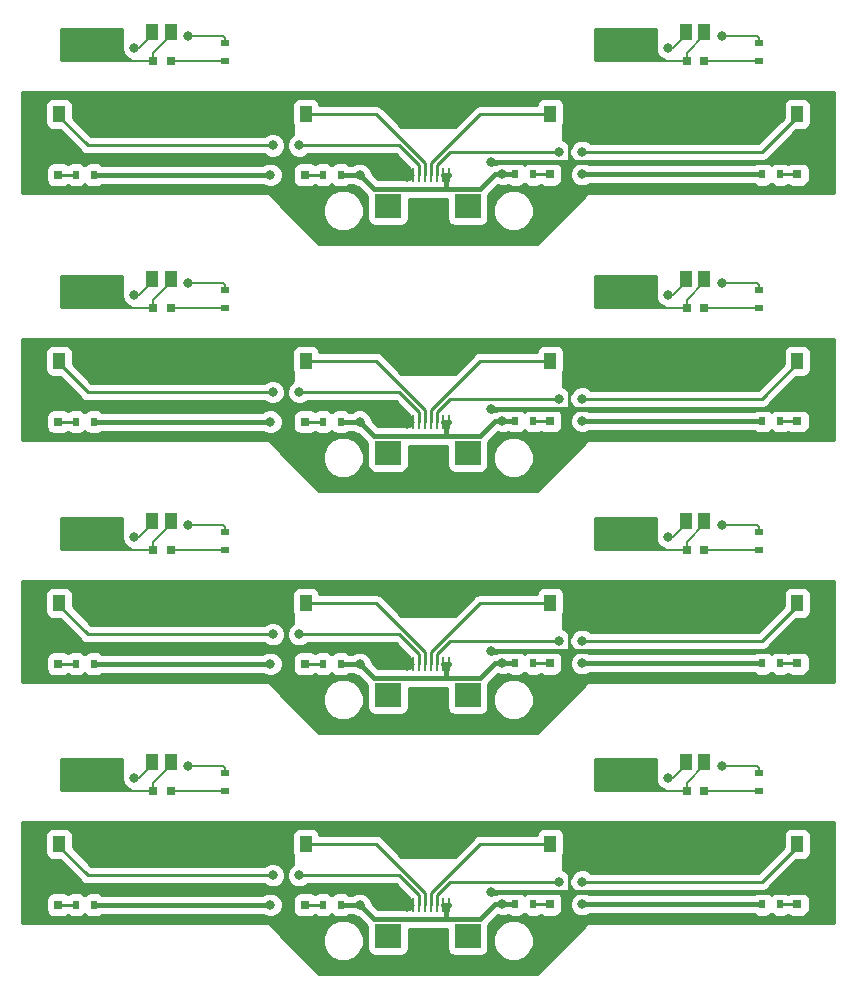
<source format=gbl>
G04 #@! TF.GenerationSoftware,KiCad,Pcbnew,(5.0.0)*
G04 #@! TF.CreationDate,2019-07-10T13:07:56+09:00*
G04 #@! TF.ProjectId,line and sensor,6C696E6520616E642073656E736F722E,rev?*
G04 #@! TF.SameCoordinates,Original*
G04 #@! TF.FileFunction,Copper,L2,Bot,Signal*
G04 #@! TF.FilePolarity,Positive*
%FSLAX46Y46*%
G04 Gerber Fmt 4.6, Leading zero omitted, Abs format (unit mm)*
G04 Created by KiCad (PCBNEW (5.0.0)) date 07/10/19 13:07:56*
%MOMM*%
%LPD*%
G01*
G04 APERTURE LIST*
G04 #@! TA.AperFunction,SMDPad,CuDef*
%ADD10R,0.800000X0.500000*%
G04 #@! TD*
G04 #@! TA.AperFunction,SMDPad,CuDef*
%ADD11R,1.000000X1.450000*%
G04 #@! TD*
G04 #@! TA.AperFunction,SMDPad,CuDef*
%ADD12R,0.800000X0.800000*%
G04 #@! TD*
G04 #@! TA.AperFunction,SMDPad,CuDef*
%ADD13R,0.500000X0.800000*%
G04 #@! TD*
G04 #@! TA.AperFunction,SMDPad,CuDef*
%ADD14R,0.230000X1.250000*%
G04 #@! TD*
G04 #@! TA.AperFunction,SMDPad,CuDef*
%ADD15R,1.800000X2.000000*%
G04 #@! TD*
G04 #@! TA.AperFunction,SMDPad,CuDef*
%ADD16R,2.200000X2.000000*%
G04 #@! TD*
G04 #@! TA.AperFunction,ViaPad*
%ADD17C,0.800000*%
G04 #@! TD*
G04 #@! TA.AperFunction,Conductor*
%ADD18C,0.250000*%
G04 #@! TD*
G04 #@! TA.AperFunction,Conductor*
%ADD19C,0.400000*%
G04 #@! TD*
G04 #@! TA.AperFunction,Conductor*
%ADD20C,0.210000*%
G04 #@! TD*
G04 #@! TA.AperFunction,NonConductor*
%ADD21C,0.254000*%
G04 #@! TD*
G04 APERTURE END LIST*
D10*
G04 #@! TO.P,R2,1*
G04 #@! TO.N,N/C*
X183800000Y-62100000D03*
G04 #@! TO.P,R2,2*
X183800000Y-63600000D03*
G04 #@! TD*
D11*
G04 #@! TO.P,Q1,1*
G04 #@! TO.N,N/C*
X177600000Y-61200000D03*
G04 #@! TO.P,Q1,2*
X179200000Y-61200000D03*
G04 #@! TD*
G04 #@! TO.P,Q4,2*
G04 #@! TO.N,N/C*
X188650000Y-68100000D03*
G04 #@! TO.P,Q4,1*
X187050000Y-68100000D03*
G04 #@! TD*
D12*
G04 #@! TO.P,D2,2*
G04 #@! TO.N,N/C*
X179200000Y-63600000D03*
G04 #@! TO.P,D2,1*
X177700000Y-63600000D03*
G04 #@! TD*
D13*
G04 #@! TO.P,R3,2*
G04 #@! TO.N,N/C*
X146900000Y-73250000D03*
G04 #@! TO.P,R3,1*
X148400000Y-73250000D03*
G04 #@! TD*
G04 #@! TO.P,R5,2*
G04 #@! TO.N,N/C*
X185600000Y-73200000D03*
G04 #@! TO.P,R5,1*
X184100000Y-73200000D03*
G04 #@! TD*
D14*
G04 #@! TO.P,J1,7*
G04 #@! TO.N,N/C*
X157050000Y-73250000D03*
G04 #@! TO.P,J1,8*
X157550000Y-73250000D03*
G04 #@! TO.P,J1,5*
X156050000Y-73250000D03*
D15*
G04 #@! TO.P,J1,*
G04 #@! TO.N,*
X152400000Y-75925000D03*
D14*
G04 #@! TO.P,J1,4*
G04 #@! TO.N,N/C*
X155550000Y-73250000D03*
G04 #@! TO.P,J1,3*
X155050000Y-73250000D03*
G04 #@! TO.P,J1,1*
X154050000Y-73250000D03*
G04 #@! TO.P,J1,6*
X156550000Y-73250000D03*
D16*
G04 #@! TO.P,J1,*
G04 #@! TO.N,*
X159150000Y-75925000D03*
X152400000Y-75925000D03*
D14*
G04 #@! TO.P,J1,2*
G04 #@! TO.N,N/C*
X154550000Y-73250000D03*
G04 #@! TD*
D13*
G04 #@! TO.P,R2,1*
G04 #@! TO.N,N/C*
X127500000Y-73250000D03*
G04 #@! TO.P,R2,2*
X126000000Y-73250000D03*
G04 #@! TD*
D12*
G04 #@! TO.P,D4,2*
G04 #@! TO.N,N/C*
X166100000Y-73200000D03*
G04 #@! TO.P,D4,1*
X167600000Y-73200000D03*
G04 #@! TD*
G04 #@! TO.P,D2,2*
G04 #@! TO.N,N/C*
X124500000Y-73250000D03*
G04 #@! TO.P,D2,1*
X123000000Y-73250000D03*
G04 #@! TD*
D10*
G04 #@! TO.P,R2,1*
G04 #@! TO.N,N/C*
X138600000Y-62100000D03*
G04 #@! TO.P,R2,2*
X138600000Y-63600000D03*
G04 #@! TD*
D11*
G04 #@! TO.P,Q1,1*
G04 #@! TO.N,N/C*
X132400000Y-61200000D03*
G04 #@! TO.P,Q1,2*
X134000000Y-61200000D03*
G04 #@! TD*
D13*
G04 #@! TO.P,R4,1*
G04 #@! TO.N,N/C*
X163200000Y-73200000D03*
G04 #@! TO.P,R4,2*
X164700000Y-73200000D03*
G04 #@! TD*
D11*
G04 #@! TO.P,Q3,1*
G04 #@! TO.N,N/C*
X166150000Y-68100000D03*
G04 #@! TO.P,Q3,2*
X167750000Y-68100000D03*
G04 #@! TD*
D12*
G04 #@! TO.P,D3,1*
G04 #@! TO.N,N/C*
X143900000Y-73250000D03*
G04 #@! TO.P,D3,2*
X145400000Y-73250000D03*
G04 #@! TD*
D11*
G04 #@! TO.P,Q1,1*
G04 #@! TO.N,N/C*
X124550000Y-68100000D03*
G04 #@! TO.P,Q1,2*
X122950000Y-68100000D03*
G04 #@! TD*
D12*
G04 #@! TO.P,D2,2*
G04 #@! TO.N,N/C*
X134000000Y-63600000D03*
G04 #@! TO.P,D2,1*
X132500000Y-63600000D03*
G04 #@! TD*
G04 #@! TO.P,D5,1*
G04 #@! TO.N,N/C*
X188550000Y-73200000D03*
G04 #@! TO.P,D5,2*
X187050000Y-73200000D03*
G04 #@! TD*
D11*
G04 #@! TO.P,Q2,2*
G04 #@! TO.N,N/C*
X143850000Y-68100000D03*
G04 #@! TO.P,Q2,1*
X145450000Y-68100000D03*
G04 #@! TD*
D10*
G04 #@! TO.P,R2,1*
G04 #@! TO.N,N/C*
X183800000Y-83000000D03*
G04 #@! TO.P,R2,2*
X183800000Y-84500000D03*
G04 #@! TD*
D11*
G04 #@! TO.P,Q1,1*
G04 #@! TO.N,N/C*
X177600000Y-82100000D03*
G04 #@! TO.P,Q1,2*
X179200000Y-82100000D03*
G04 #@! TD*
G04 #@! TO.P,Q4,2*
G04 #@! TO.N,N/C*
X188650000Y-89000000D03*
G04 #@! TO.P,Q4,1*
X187050000Y-89000000D03*
G04 #@! TD*
D12*
G04 #@! TO.P,D2,2*
G04 #@! TO.N,N/C*
X179200000Y-84500000D03*
G04 #@! TO.P,D2,1*
X177700000Y-84500000D03*
G04 #@! TD*
D13*
G04 #@! TO.P,R3,2*
G04 #@! TO.N,N/C*
X146900000Y-94150000D03*
G04 #@! TO.P,R3,1*
X148400000Y-94150000D03*
G04 #@! TD*
G04 #@! TO.P,R5,2*
G04 #@! TO.N,N/C*
X185600000Y-94100000D03*
G04 #@! TO.P,R5,1*
X184100000Y-94100000D03*
G04 #@! TD*
D14*
G04 #@! TO.P,J1,7*
G04 #@! TO.N,N/C*
X157050000Y-94150000D03*
G04 #@! TO.P,J1,8*
X157550000Y-94150000D03*
G04 #@! TO.P,J1,5*
X156050000Y-94150000D03*
D15*
G04 #@! TO.P,J1,*
G04 #@! TO.N,*
X152400000Y-96825000D03*
D14*
G04 #@! TO.P,J1,4*
G04 #@! TO.N,N/C*
X155550000Y-94150000D03*
G04 #@! TO.P,J1,3*
X155050000Y-94150000D03*
G04 #@! TO.P,J1,1*
X154050000Y-94150000D03*
G04 #@! TO.P,J1,6*
X156550000Y-94150000D03*
D16*
G04 #@! TO.P,J1,*
G04 #@! TO.N,*
X159150000Y-96825000D03*
X152400000Y-96825000D03*
D14*
G04 #@! TO.P,J1,2*
G04 #@! TO.N,N/C*
X154550000Y-94150000D03*
G04 #@! TD*
D13*
G04 #@! TO.P,R2,1*
G04 #@! TO.N,N/C*
X127500000Y-94150000D03*
G04 #@! TO.P,R2,2*
X126000000Y-94150000D03*
G04 #@! TD*
D12*
G04 #@! TO.P,D4,2*
G04 #@! TO.N,N/C*
X166100000Y-94100000D03*
G04 #@! TO.P,D4,1*
X167600000Y-94100000D03*
G04 #@! TD*
G04 #@! TO.P,D2,2*
G04 #@! TO.N,N/C*
X124500000Y-94150000D03*
G04 #@! TO.P,D2,1*
X123000000Y-94150000D03*
G04 #@! TD*
D10*
G04 #@! TO.P,R2,1*
G04 #@! TO.N,N/C*
X138600000Y-83000000D03*
G04 #@! TO.P,R2,2*
X138600000Y-84500000D03*
G04 #@! TD*
D11*
G04 #@! TO.P,Q1,1*
G04 #@! TO.N,N/C*
X132400000Y-82100000D03*
G04 #@! TO.P,Q1,2*
X134000000Y-82100000D03*
G04 #@! TD*
D13*
G04 #@! TO.P,R4,1*
G04 #@! TO.N,N/C*
X163200000Y-94100000D03*
G04 #@! TO.P,R4,2*
X164700000Y-94100000D03*
G04 #@! TD*
D11*
G04 #@! TO.P,Q3,1*
G04 #@! TO.N,N/C*
X166150000Y-89000000D03*
G04 #@! TO.P,Q3,2*
X167750000Y-89000000D03*
G04 #@! TD*
D12*
G04 #@! TO.P,D3,1*
G04 #@! TO.N,N/C*
X143900000Y-94150000D03*
G04 #@! TO.P,D3,2*
X145400000Y-94150000D03*
G04 #@! TD*
D11*
G04 #@! TO.P,Q1,1*
G04 #@! TO.N,N/C*
X124550000Y-89000000D03*
G04 #@! TO.P,Q1,2*
X122950000Y-89000000D03*
G04 #@! TD*
D12*
G04 #@! TO.P,D2,2*
G04 #@! TO.N,N/C*
X134000000Y-84500000D03*
G04 #@! TO.P,D2,1*
X132500000Y-84500000D03*
G04 #@! TD*
G04 #@! TO.P,D5,1*
G04 #@! TO.N,N/C*
X188550000Y-94100000D03*
G04 #@! TO.P,D5,2*
X187050000Y-94100000D03*
G04 #@! TD*
D11*
G04 #@! TO.P,Q2,2*
G04 #@! TO.N,N/C*
X143850000Y-89000000D03*
G04 #@! TO.P,Q2,1*
X145450000Y-89000000D03*
G04 #@! TD*
D10*
G04 #@! TO.P,R2,1*
G04 #@! TO.N,N/C*
X183800000Y-103500000D03*
G04 #@! TO.P,R2,2*
X183800000Y-105000000D03*
G04 #@! TD*
D11*
G04 #@! TO.P,Q1,1*
G04 #@! TO.N,N/C*
X177600000Y-102600000D03*
G04 #@! TO.P,Q1,2*
X179200000Y-102600000D03*
G04 #@! TD*
G04 #@! TO.P,Q4,2*
G04 #@! TO.N,N/C*
X188650000Y-109500000D03*
G04 #@! TO.P,Q4,1*
X187050000Y-109500000D03*
G04 #@! TD*
D12*
G04 #@! TO.P,D2,2*
G04 #@! TO.N,N/C*
X179200000Y-105000000D03*
G04 #@! TO.P,D2,1*
X177700000Y-105000000D03*
G04 #@! TD*
D13*
G04 #@! TO.P,R3,2*
G04 #@! TO.N,N/C*
X146900000Y-114650000D03*
G04 #@! TO.P,R3,1*
X148400000Y-114650000D03*
G04 #@! TD*
G04 #@! TO.P,R5,2*
G04 #@! TO.N,N/C*
X185600000Y-114600000D03*
G04 #@! TO.P,R5,1*
X184100000Y-114600000D03*
G04 #@! TD*
D14*
G04 #@! TO.P,J1,7*
G04 #@! TO.N,N/C*
X157050000Y-114650000D03*
G04 #@! TO.P,J1,8*
X157550000Y-114650000D03*
G04 #@! TO.P,J1,5*
X156050000Y-114650000D03*
D15*
G04 #@! TO.P,J1,*
G04 #@! TO.N,*
X152400000Y-117325000D03*
D14*
G04 #@! TO.P,J1,4*
G04 #@! TO.N,N/C*
X155550000Y-114650000D03*
G04 #@! TO.P,J1,3*
X155050000Y-114650000D03*
G04 #@! TO.P,J1,1*
X154050000Y-114650000D03*
G04 #@! TO.P,J1,6*
X156550000Y-114650000D03*
D16*
G04 #@! TO.P,J1,*
G04 #@! TO.N,*
X159150000Y-117325000D03*
X152400000Y-117325000D03*
D14*
G04 #@! TO.P,J1,2*
G04 #@! TO.N,N/C*
X154550000Y-114650000D03*
G04 #@! TD*
D13*
G04 #@! TO.P,R2,1*
G04 #@! TO.N,N/C*
X127500000Y-114650000D03*
G04 #@! TO.P,R2,2*
X126000000Y-114650000D03*
G04 #@! TD*
D12*
G04 #@! TO.P,D4,2*
G04 #@! TO.N,N/C*
X166100000Y-114600000D03*
G04 #@! TO.P,D4,1*
X167600000Y-114600000D03*
G04 #@! TD*
G04 #@! TO.P,D2,2*
G04 #@! TO.N,N/C*
X124500000Y-114650000D03*
G04 #@! TO.P,D2,1*
X123000000Y-114650000D03*
G04 #@! TD*
D10*
G04 #@! TO.P,R2,1*
G04 #@! TO.N,N/C*
X138600000Y-103500000D03*
G04 #@! TO.P,R2,2*
X138600000Y-105000000D03*
G04 #@! TD*
D11*
G04 #@! TO.P,Q1,1*
G04 #@! TO.N,N/C*
X132400000Y-102600000D03*
G04 #@! TO.P,Q1,2*
X134000000Y-102600000D03*
G04 #@! TD*
D13*
G04 #@! TO.P,R4,1*
G04 #@! TO.N,N/C*
X163200000Y-114600000D03*
G04 #@! TO.P,R4,2*
X164700000Y-114600000D03*
G04 #@! TD*
D11*
G04 #@! TO.P,Q3,1*
G04 #@! TO.N,N/C*
X166150000Y-109500000D03*
G04 #@! TO.P,Q3,2*
X167750000Y-109500000D03*
G04 #@! TD*
D12*
G04 #@! TO.P,D3,1*
G04 #@! TO.N,N/C*
X143900000Y-114650000D03*
G04 #@! TO.P,D3,2*
X145400000Y-114650000D03*
G04 #@! TD*
D11*
G04 #@! TO.P,Q1,1*
G04 #@! TO.N,N/C*
X124550000Y-109500000D03*
G04 #@! TO.P,Q1,2*
X122950000Y-109500000D03*
G04 #@! TD*
D12*
G04 #@! TO.P,D2,2*
G04 #@! TO.N,N/C*
X134000000Y-105000000D03*
G04 #@! TO.P,D2,1*
X132500000Y-105000000D03*
G04 #@! TD*
G04 #@! TO.P,D5,1*
G04 #@! TO.N,N/C*
X188550000Y-114600000D03*
G04 #@! TO.P,D5,2*
X187050000Y-114600000D03*
G04 #@! TD*
D11*
G04 #@! TO.P,Q2,2*
G04 #@! TO.N,N/C*
X143850000Y-109500000D03*
G04 #@! TO.P,Q2,1*
X145450000Y-109500000D03*
G04 #@! TD*
D10*
G04 #@! TO.P,R2,2*
G04 #@! TO.N,N/C*
X183800000Y-125400000D03*
G04 #@! TO.P,R2,1*
X183800000Y-123900000D03*
G04 #@! TD*
D11*
G04 #@! TO.P,Q1,2*
G04 #@! TO.N,N/C*
X179200000Y-123000000D03*
G04 #@! TO.P,Q1,1*
X177600000Y-123000000D03*
G04 #@! TD*
D12*
G04 #@! TO.P,D2,1*
G04 #@! TO.N,N/C*
X177700000Y-125400000D03*
G04 #@! TO.P,D2,2*
X179200000Y-125400000D03*
G04 #@! TD*
D10*
G04 #@! TO.P,R2,2*
G04 #@! TO.N,N/C*
X138600000Y-125400000D03*
G04 #@! TO.P,R2,1*
X138600000Y-123900000D03*
G04 #@! TD*
D11*
G04 #@! TO.P,Q1,2*
G04 #@! TO.N,N/C*
X134000000Y-123000000D03*
G04 #@! TO.P,Q1,1*
X132400000Y-123000000D03*
G04 #@! TD*
D12*
G04 #@! TO.P,D2,1*
G04 #@! TO.N,N/C*
X132500000Y-125400000D03*
G04 #@! TO.P,D2,2*
X134000000Y-125400000D03*
G04 #@! TD*
D11*
G04 #@! TO.P,Q4,1*
G04 #@! TO.N,N/C*
X187050000Y-129900000D03*
G04 #@! TO.P,Q4,2*
X188650000Y-129900000D03*
G04 #@! TD*
D12*
G04 #@! TO.P,D5,2*
G04 #@! TO.N,N/C*
X187050000Y-135000000D03*
G04 #@! TO.P,D5,1*
X188550000Y-135000000D03*
G04 #@! TD*
G04 #@! TO.P,D2,1*
G04 #@! TO.N,N/C*
X123000000Y-135050000D03*
G04 #@! TO.P,D2,2*
X124500000Y-135050000D03*
G04 #@! TD*
D13*
G04 #@! TO.P,R3,1*
G04 #@! TO.N,N/C*
X148400000Y-135050000D03*
G04 #@! TO.P,R3,2*
X146900000Y-135050000D03*
G04 #@! TD*
D14*
G04 #@! TO.P,J1,2*
G04 #@! TO.N,N/C*
X154550000Y-135050000D03*
D16*
G04 #@! TO.P,J1,*
G04 #@! TO.N,*
X152400000Y-137725000D03*
X159150000Y-137725000D03*
D14*
G04 #@! TO.P,J1,6*
G04 #@! TO.N,N/C*
X156550000Y-135050000D03*
G04 #@! TO.P,J1,1*
X154050000Y-135050000D03*
G04 #@! TO.P,J1,3*
X155050000Y-135050000D03*
G04 #@! TO.P,J1,4*
X155550000Y-135050000D03*
D15*
G04 #@! TO.P,J1,*
G04 #@! TO.N,*
X152400000Y-137725000D03*
D14*
G04 #@! TO.P,J1,5*
G04 #@! TO.N,N/C*
X156050000Y-135050000D03*
G04 #@! TO.P,J1,8*
X157550000Y-135050000D03*
G04 #@! TO.P,J1,7*
X157050000Y-135050000D03*
G04 #@! TD*
D13*
G04 #@! TO.P,R2,2*
G04 #@! TO.N,N/C*
X126000000Y-135050000D03*
G04 #@! TO.P,R2,1*
X127500000Y-135050000D03*
G04 #@! TD*
D11*
G04 #@! TO.P,Q3,2*
G04 #@! TO.N,N/C*
X167750000Y-129900000D03*
G04 #@! TO.P,Q3,1*
X166150000Y-129900000D03*
G04 #@! TD*
G04 #@! TO.P,Q2,1*
G04 #@! TO.N,N/C*
X145450000Y-129900000D03*
G04 #@! TO.P,Q2,2*
X143850000Y-129900000D03*
G04 #@! TD*
G04 #@! TO.P,Q1,2*
G04 #@! TO.N,N/C*
X122950000Y-129900000D03*
G04 #@! TO.P,Q1,1*
X124550000Y-129900000D03*
G04 #@! TD*
D12*
G04 #@! TO.P,D3,2*
G04 #@! TO.N,N/C*
X145400000Y-135050000D03*
G04 #@! TO.P,D3,1*
X143900000Y-135050000D03*
G04 #@! TD*
G04 #@! TO.P,D4,1*
G04 #@! TO.N,N/C*
X167600000Y-135000000D03*
G04 #@! TO.P,D4,2*
X166100000Y-135000000D03*
G04 #@! TD*
D13*
G04 #@! TO.P,R4,2*
G04 #@! TO.N,N/C*
X164700000Y-135000000D03*
G04 #@! TO.P,R4,1*
X163200000Y-135000000D03*
G04 #@! TD*
G04 #@! TO.P,R5,1*
G04 #@! TO.N,N/C*
X184100000Y-135000000D03*
G04 #@! TO.P,R5,2*
X185600000Y-135000000D03*
G04 #@! TD*
D17*
G04 #@! TO.N,*
X155700000Y-138200000D03*
X176300000Y-130000000D03*
X133800000Y-129800000D03*
X152500000Y-134200000D03*
X122950000Y-132800000D03*
X153500000Y-129400000D03*
X189200000Y-132600000D03*
X161100000Y-133950000D03*
X166900000Y-133100000D03*
X168850000Y-133100000D03*
X162100000Y-135000000D03*
X168850000Y-135000000D03*
X150000002Y-135050000D03*
X142450000Y-135050000D03*
X142650000Y-132550000D03*
X144900000Y-132550000D03*
X128400000Y-124300000D03*
X125600000Y-124000000D03*
X130900000Y-124300000D03*
X135500000Y-123300000D03*
X173600000Y-124300000D03*
X170800000Y-124000000D03*
X176100000Y-124300000D03*
X180700000Y-123300000D03*
X168850000Y-112700000D03*
X142450000Y-114650000D03*
X125600000Y-103600000D03*
X176300000Y-109600000D03*
X180700000Y-102900000D03*
X128400000Y-103900000D03*
X150000002Y-114650000D03*
X153500000Y-109000000D03*
X161100000Y-113550000D03*
X152500000Y-113800000D03*
X162100000Y-114600000D03*
X130900000Y-103900000D03*
X144900000Y-112150000D03*
X133800000Y-109400000D03*
X155700000Y-117800000D03*
X168850000Y-114600000D03*
X173600000Y-103900000D03*
X142650000Y-112150000D03*
X170800000Y-103600000D03*
X135500000Y-102900000D03*
X166900000Y-112700000D03*
X176100000Y-103900000D03*
X189200000Y-112200000D03*
X122950000Y-112400000D03*
X168850000Y-92200000D03*
X142450000Y-94150000D03*
X125600000Y-83100000D03*
X176300000Y-89100000D03*
X180700000Y-82400000D03*
X128400000Y-83400000D03*
X150000002Y-94150000D03*
X153500000Y-88500000D03*
X161100000Y-93050000D03*
X152500000Y-93300000D03*
X162100000Y-94100000D03*
X130900000Y-83400000D03*
X144900000Y-91650000D03*
X133800000Y-88900000D03*
X155700000Y-97300000D03*
X168850000Y-94100000D03*
X173600000Y-83400000D03*
X142650000Y-91650000D03*
X170800000Y-83100000D03*
X135500000Y-82400000D03*
X166900000Y-92200000D03*
X176100000Y-83400000D03*
X189200000Y-91700000D03*
X122950000Y-91900000D03*
X168850000Y-71300000D03*
X142450000Y-73250000D03*
X125600000Y-62200000D03*
X176300000Y-68200000D03*
X180700000Y-61500000D03*
X128400000Y-62500000D03*
X150000002Y-73250000D03*
X153500000Y-67600000D03*
X161100000Y-72150000D03*
X152500000Y-72400000D03*
X162100000Y-73200000D03*
X130900000Y-62500000D03*
X144900000Y-70750000D03*
X133800000Y-68000000D03*
X155700000Y-76400000D03*
X168850000Y-73200000D03*
X173600000Y-62500000D03*
X142650000Y-70750000D03*
X170800000Y-62200000D03*
X135500000Y-61500000D03*
X166900000Y-71300000D03*
X176100000Y-62500000D03*
X189200000Y-70800000D03*
X122950000Y-71000000D03*
G04 #@! TD*
D18*
G04 #@! TO.N,*
X122950000Y-135000000D02*
X123000000Y-135050000D01*
X143850000Y-135000000D02*
X143900000Y-135050000D01*
D19*
X161100000Y-133950000D02*
X167750000Y-133950000D01*
D18*
X167750000Y-134850000D02*
X167600000Y-135000000D01*
X167750000Y-129900000D02*
X167750000Y-133950000D01*
X188650000Y-134900000D02*
X188550000Y-135000000D01*
X167750000Y-133950000D02*
X167750000Y-134850000D01*
D19*
X167750000Y-133950000D02*
X188650000Y-133950000D01*
D18*
X188650000Y-133950000D02*
X188650000Y-134900000D01*
X143850000Y-133800000D02*
X143850000Y-135000000D01*
D19*
X150800000Y-133800000D02*
X152050000Y-135050000D01*
D18*
X143850000Y-129900000D02*
X143850000Y-133800000D01*
X122950000Y-133850000D02*
X122950000Y-135000000D01*
D19*
X152050000Y-135050000D02*
X153000000Y-135050000D01*
D18*
X154350000Y-135050000D02*
X154050000Y-135050000D01*
X188650000Y-129900000D02*
X188650000Y-133950000D01*
D19*
X123000000Y-133800000D02*
X122950000Y-133850000D01*
X152500000Y-134900000D02*
X152500000Y-134200000D01*
X152400000Y-135000000D02*
X152500000Y-134900000D01*
D18*
X122950000Y-132800000D02*
X122950000Y-133850000D01*
D19*
X153000000Y-135050000D02*
X154350000Y-135050000D01*
X143850000Y-133800000D02*
X150800000Y-133800000D01*
D18*
X122950000Y-129900000D02*
X122950000Y-132800000D01*
X154550000Y-135050000D02*
X154350000Y-135050000D01*
D19*
X143850000Y-133800000D02*
X123000000Y-133800000D01*
D18*
X126000000Y-135050000D02*
X124500000Y-135050000D01*
X146900000Y-135050000D02*
X145400000Y-135050000D01*
X166100000Y-135000000D02*
X164700000Y-135000000D01*
X187050000Y-135000000D02*
X185600000Y-135000000D01*
X151361413Y-129900000D02*
X155550000Y-134088587D01*
X155550000Y-134088587D02*
X155550000Y-134175000D01*
X155550000Y-134175000D02*
X155550000Y-135050000D01*
X145450000Y-129900000D02*
X151361413Y-129900000D01*
X156050000Y-134088587D02*
X160238587Y-129900000D01*
X165400000Y-129900000D02*
X166150000Y-129900000D01*
X160238587Y-129900000D02*
X165400000Y-129900000D01*
X156050000Y-135050000D02*
X156050000Y-134088587D01*
X187050000Y-130125000D02*
X187050000Y-129900000D01*
X168850000Y-133100000D02*
X184075000Y-133100000D01*
X184075000Y-133100000D02*
X187050000Y-130125000D01*
X157674998Y-133100000D02*
X159750000Y-133100000D01*
X159750000Y-133100000D02*
X166900000Y-133100000D01*
X156550000Y-134224998D02*
X157674998Y-133100000D01*
X156550000Y-135050000D02*
X156550000Y-134224998D01*
D19*
X141884315Y-135050000D02*
X127500000Y-135050000D01*
X142450000Y-135050000D02*
X141884315Y-135050000D01*
D18*
X157050000Y-135050000D02*
X157300000Y-135050000D01*
D19*
X160200000Y-136250000D02*
X157650000Y-136250000D01*
D18*
X157300000Y-135050000D02*
X157550000Y-135050000D01*
D19*
X168850000Y-135000000D02*
X184100000Y-135000000D01*
X148400000Y-135050000D02*
X150000002Y-135050000D01*
X162100000Y-135000000D02*
X163200000Y-135000000D01*
X157300000Y-135050000D02*
X157300000Y-136250000D01*
X157300000Y-136250000D02*
X151200002Y-136250000D01*
X157650000Y-136250000D02*
X157300000Y-136250000D01*
X151200002Y-136250000D02*
X150000002Y-135050000D01*
X162100000Y-135000000D02*
X161450000Y-135000000D01*
X161450000Y-135000000D02*
X160200000Y-136250000D01*
X157550000Y-135050000D02*
X157075010Y-135050000D01*
D18*
X142650000Y-132550000D02*
X126975000Y-132550000D01*
X153375002Y-132550000D02*
X144900000Y-132550000D01*
X126975000Y-132550000D02*
X124550000Y-130125000D01*
X155050000Y-134224998D02*
X153375002Y-132550000D01*
X155050000Y-134224998D02*
X155050000Y-135050000D01*
X124550000Y-130125000D02*
X124550000Y-129900000D01*
D20*
X134000000Y-123225000D02*
X132500000Y-124725000D01*
X134000000Y-123000000D02*
X134000000Y-123225000D01*
X129500000Y-125400000D02*
X128400000Y-124300000D01*
X132500000Y-124790000D02*
X132500000Y-125400000D01*
X132500000Y-124725000D02*
X132500000Y-124790000D01*
X132500000Y-125400000D02*
X129500000Y-125400000D01*
X134000000Y-125300000D02*
X133900000Y-125400000D01*
X134000000Y-125400000D02*
X134610000Y-125400000D01*
X137990000Y-125400000D02*
X134000000Y-125400000D01*
X138600000Y-125400000D02*
X137990000Y-125400000D01*
X131325000Y-124300000D02*
X130900000Y-124300000D01*
X132400000Y-123000000D02*
X132400000Y-123225000D01*
X132400000Y-123225000D02*
X131325000Y-124300000D01*
X135500000Y-123300000D02*
X138460000Y-123300000D01*
X138600000Y-123440000D02*
X138600000Y-123900000D01*
X138460000Y-123300000D02*
X138600000Y-123440000D01*
X179200000Y-123225000D02*
X177700000Y-124725000D01*
X179200000Y-123000000D02*
X179200000Y-123225000D01*
X174700000Y-125400000D02*
X173600000Y-124300000D01*
X177700000Y-124790000D02*
X177700000Y-125400000D01*
X177700000Y-124725000D02*
X177700000Y-124790000D01*
X177700000Y-125400000D02*
X174700000Y-125400000D01*
X179200000Y-125300000D02*
X179100000Y-125400000D01*
X179200000Y-125400000D02*
X179810000Y-125400000D01*
X183190000Y-125400000D02*
X179200000Y-125400000D01*
X183800000Y-125400000D02*
X183190000Y-125400000D01*
X176525000Y-124300000D02*
X176100000Y-124300000D01*
X177600000Y-123000000D02*
X177600000Y-123225000D01*
X177600000Y-123225000D02*
X176525000Y-124300000D01*
X180700000Y-123300000D02*
X183660000Y-123300000D01*
X183800000Y-123440000D02*
X183800000Y-123900000D01*
X183660000Y-123300000D02*
X183800000Y-123440000D01*
D19*
X161450000Y-114600000D02*
X160200000Y-115850000D01*
X157550000Y-114650000D02*
X157075010Y-114650000D01*
D18*
X187050000Y-114600000D02*
X185600000Y-114600000D01*
X155550000Y-113688587D02*
X155550000Y-113775000D01*
X122950000Y-109500000D02*
X122950000Y-112400000D01*
X160238587Y-109500000D02*
X165400000Y-109500000D01*
X122950000Y-113450000D02*
X122950000Y-114600000D01*
D19*
X123000000Y-113400000D02*
X122950000Y-113450000D01*
X152400000Y-114600000D02*
X152500000Y-114500000D01*
D18*
X126975000Y-112150000D02*
X124550000Y-109725000D01*
X122950000Y-112400000D02*
X122950000Y-113450000D01*
X156050000Y-113688587D02*
X160238587Y-109500000D01*
X153375002Y-112150000D02*
X144900000Y-112150000D01*
X142650000Y-112150000D02*
X126975000Y-112150000D01*
X143850000Y-113400000D02*
X143850000Y-114600000D01*
X155050000Y-113824998D02*
X153375002Y-112150000D01*
D19*
X150800000Y-113400000D02*
X152050000Y-114650000D01*
D18*
X146900000Y-114650000D02*
X145400000Y-114650000D01*
D19*
X143850000Y-113400000D02*
X123000000Y-113400000D01*
D18*
X143850000Y-109500000D02*
X143850000Y-113400000D01*
X155050000Y-113824998D02*
X155050000Y-114650000D01*
X154550000Y-114650000D02*
X154350000Y-114650000D01*
X188650000Y-113550000D02*
X188650000Y-114500000D01*
X154350000Y-114650000D02*
X154050000Y-114650000D01*
X166100000Y-114600000D02*
X164700000Y-114600000D01*
X145450000Y-109500000D02*
X151361413Y-109500000D01*
D19*
X143850000Y-113400000D02*
X150800000Y-113400000D01*
D18*
X126000000Y-114650000D02*
X124500000Y-114650000D01*
X155550000Y-113775000D02*
X155550000Y-114650000D01*
D19*
X152500000Y-114500000D02*
X152500000Y-113800000D01*
D18*
X188650000Y-109500000D02*
X188650000Y-113550000D01*
X165400000Y-109500000D02*
X166150000Y-109500000D01*
X151361413Y-109500000D02*
X155550000Y-113688587D01*
D19*
X152050000Y-114650000D02*
X153000000Y-114650000D01*
D18*
X156050000Y-114650000D02*
X156050000Y-113688587D01*
X124550000Y-109725000D02*
X124550000Y-109500000D01*
D19*
X153000000Y-114650000D02*
X154350000Y-114650000D01*
D20*
X134000000Y-102600000D02*
X134000000Y-102825000D01*
X132500000Y-104390000D02*
X132500000Y-105000000D01*
X132500000Y-105000000D02*
X129500000Y-105000000D01*
X134000000Y-105000000D02*
X134610000Y-105000000D01*
X131325000Y-103900000D02*
X130900000Y-103900000D01*
X132400000Y-102600000D02*
X132400000Y-102825000D01*
X138600000Y-105000000D02*
X137990000Y-105000000D01*
X138460000Y-102900000D02*
X138600000Y-103040000D01*
X135500000Y-102900000D02*
X138460000Y-102900000D01*
X132500000Y-104325000D02*
X132500000Y-104390000D01*
X134000000Y-102825000D02*
X132500000Y-104325000D01*
X134000000Y-104900000D02*
X133900000Y-105000000D01*
X137990000Y-105000000D02*
X134000000Y-105000000D01*
X132400000Y-102825000D02*
X131325000Y-103900000D01*
X138600000Y-103040000D02*
X138600000Y-103500000D01*
X129500000Y-105000000D02*
X128400000Y-103900000D01*
X177700000Y-104325000D02*
X177700000Y-104390000D01*
X183800000Y-105000000D02*
X183190000Y-105000000D01*
X177600000Y-102600000D02*
X177600000Y-102825000D01*
X179200000Y-105000000D02*
X179810000Y-105000000D01*
X176525000Y-103900000D02*
X176100000Y-103900000D01*
X183660000Y-102900000D02*
X183800000Y-103040000D01*
X177700000Y-104390000D02*
X177700000Y-105000000D01*
X179200000Y-104900000D02*
X179100000Y-105000000D01*
X183800000Y-103040000D02*
X183800000Y-103500000D01*
X183190000Y-105000000D02*
X179200000Y-105000000D01*
X174700000Y-105000000D02*
X173600000Y-103900000D01*
X179200000Y-102600000D02*
X179200000Y-102825000D01*
X180700000Y-102900000D02*
X183660000Y-102900000D01*
X177600000Y-102825000D02*
X176525000Y-103900000D01*
X177700000Y-105000000D02*
X174700000Y-105000000D01*
X179200000Y-102825000D02*
X177700000Y-104325000D01*
D19*
X157650000Y-115850000D02*
X157300000Y-115850000D01*
X157300000Y-115850000D02*
X151200002Y-115850000D01*
X167750000Y-113550000D02*
X188650000Y-113550000D01*
X157300000Y-114650000D02*
X157300000Y-115850000D01*
X151200002Y-115850000D02*
X150000002Y-114650000D01*
X162100000Y-114600000D02*
X161450000Y-114600000D01*
D18*
X167750000Y-109500000D02*
X167750000Y-113550000D01*
X188650000Y-114500000D02*
X188550000Y-114600000D01*
X167750000Y-113550000D02*
X167750000Y-114450000D01*
X187050000Y-109725000D02*
X187050000Y-109500000D01*
D19*
X148400000Y-114650000D02*
X150000002Y-114650000D01*
X168850000Y-114600000D02*
X184100000Y-114600000D01*
X141884315Y-114650000D02*
X127500000Y-114650000D01*
X142450000Y-114650000D02*
X141884315Y-114650000D01*
D18*
X157300000Y-114650000D02*
X157550000Y-114650000D01*
D19*
X162100000Y-114600000D02*
X163200000Y-114600000D01*
D18*
X168850000Y-112700000D02*
X184075000Y-112700000D01*
X184075000Y-112700000D02*
X187050000Y-109725000D01*
X157674998Y-112700000D02*
X159750000Y-112700000D01*
X159750000Y-112700000D02*
X166900000Y-112700000D01*
D19*
X160200000Y-115850000D02*
X157650000Y-115850000D01*
D18*
X157050000Y-114650000D02*
X157300000Y-114650000D01*
X156550000Y-113824998D02*
X157674998Y-112700000D01*
X156550000Y-114650000D02*
X156550000Y-113824998D01*
X122950000Y-114600000D02*
X123000000Y-114650000D01*
X143850000Y-114600000D02*
X143900000Y-114650000D01*
D19*
X161100000Y-113550000D02*
X167750000Y-113550000D01*
D18*
X167750000Y-114450000D02*
X167600000Y-114600000D01*
D19*
X161450000Y-94100000D02*
X160200000Y-95350000D01*
X157550000Y-94150000D02*
X157075010Y-94150000D01*
D18*
X187050000Y-94100000D02*
X185600000Y-94100000D01*
X155550000Y-93188587D02*
X155550000Y-93275000D01*
X122950000Y-89000000D02*
X122950000Y-91900000D01*
X160238587Y-89000000D02*
X165400000Y-89000000D01*
X122950000Y-92950000D02*
X122950000Y-94100000D01*
D19*
X123000000Y-92900000D02*
X122950000Y-92950000D01*
X152400000Y-94100000D02*
X152500000Y-94000000D01*
D18*
X126975000Y-91650000D02*
X124550000Y-89225000D01*
X122950000Y-91900000D02*
X122950000Y-92950000D01*
X156050000Y-93188587D02*
X160238587Y-89000000D01*
X153375002Y-91650000D02*
X144900000Y-91650000D01*
X142650000Y-91650000D02*
X126975000Y-91650000D01*
X143850000Y-92900000D02*
X143850000Y-94100000D01*
X155050000Y-93324998D02*
X153375002Y-91650000D01*
D19*
X150800000Y-92900000D02*
X152050000Y-94150000D01*
D18*
X146900000Y-94150000D02*
X145400000Y-94150000D01*
D19*
X143850000Y-92900000D02*
X123000000Y-92900000D01*
D18*
X143850000Y-89000000D02*
X143850000Y-92900000D01*
X155050000Y-93324998D02*
X155050000Y-94150000D01*
X154550000Y-94150000D02*
X154350000Y-94150000D01*
X188650000Y-93050000D02*
X188650000Y-94000000D01*
X154350000Y-94150000D02*
X154050000Y-94150000D01*
X166100000Y-94100000D02*
X164700000Y-94100000D01*
X145450000Y-89000000D02*
X151361413Y-89000000D01*
D19*
X143850000Y-92900000D02*
X150800000Y-92900000D01*
D18*
X126000000Y-94150000D02*
X124500000Y-94150000D01*
X155550000Y-93275000D02*
X155550000Y-94150000D01*
D19*
X152500000Y-94000000D02*
X152500000Y-93300000D01*
D18*
X188650000Y-89000000D02*
X188650000Y-93050000D01*
X165400000Y-89000000D02*
X166150000Y-89000000D01*
X151361413Y-89000000D02*
X155550000Y-93188587D01*
D19*
X152050000Y-94150000D02*
X153000000Y-94150000D01*
D18*
X156050000Y-94150000D02*
X156050000Y-93188587D01*
X124550000Y-89225000D02*
X124550000Y-89000000D01*
D19*
X153000000Y-94150000D02*
X154350000Y-94150000D01*
D20*
X134000000Y-82100000D02*
X134000000Y-82325000D01*
X132500000Y-83890000D02*
X132500000Y-84500000D01*
X132500000Y-84500000D02*
X129500000Y-84500000D01*
X134000000Y-84500000D02*
X134610000Y-84500000D01*
X131325000Y-83400000D02*
X130900000Y-83400000D01*
X132400000Y-82100000D02*
X132400000Y-82325000D01*
X138600000Y-84500000D02*
X137990000Y-84500000D01*
X138460000Y-82400000D02*
X138600000Y-82540000D01*
X135500000Y-82400000D02*
X138460000Y-82400000D01*
X132500000Y-83825000D02*
X132500000Y-83890000D01*
X134000000Y-82325000D02*
X132500000Y-83825000D01*
X134000000Y-84400000D02*
X133900000Y-84500000D01*
X137990000Y-84500000D02*
X134000000Y-84500000D01*
X132400000Y-82325000D02*
X131325000Y-83400000D01*
X138600000Y-82540000D02*
X138600000Y-83000000D01*
X129500000Y-84500000D02*
X128400000Y-83400000D01*
X177700000Y-83825000D02*
X177700000Y-83890000D01*
X183800000Y-84500000D02*
X183190000Y-84500000D01*
X177600000Y-82100000D02*
X177600000Y-82325000D01*
X179200000Y-84500000D02*
X179810000Y-84500000D01*
X176525000Y-83400000D02*
X176100000Y-83400000D01*
X183660000Y-82400000D02*
X183800000Y-82540000D01*
X177700000Y-83890000D02*
X177700000Y-84500000D01*
X179200000Y-84400000D02*
X179100000Y-84500000D01*
X183800000Y-82540000D02*
X183800000Y-83000000D01*
X183190000Y-84500000D02*
X179200000Y-84500000D01*
X174700000Y-84500000D02*
X173600000Y-83400000D01*
X179200000Y-82100000D02*
X179200000Y-82325000D01*
X180700000Y-82400000D02*
X183660000Y-82400000D01*
X177600000Y-82325000D02*
X176525000Y-83400000D01*
X177700000Y-84500000D02*
X174700000Y-84500000D01*
X179200000Y-82325000D02*
X177700000Y-83825000D01*
D19*
X157650000Y-95350000D02*
X157300000Y-95350000D01*
X157300000Y-95350000D02*
X151200002Y-95350000D01*
X167750000Y-93050000D02*
X188650000Y-93050000D01*
X157300000Y-94150000D02*
X157300000Y-95350000D01*
X151200002Y-95350000D02*
X150000002Y-94150000D01*
X162100000Y-94100000D02*
X161450000Y-94100000D01*
D18*
X167750000Y-89000000D02*
X167750000Y-93050000D01*
X188650000Y-94000000D02*
X188550000Y-94100000D01*
X167750000Y-93050000D02*
X167750000Y-93950000D01*
X187050000Y-89225000D02*
X187050000Y-89000000D01*
D19*
X148400000Y-94150000D02*
X150000002Y-94150000D01*
X168850000Y-94100000D02*
X184100000Y-94100000D01*
X141884315Y-94150000D02*
X127500000Y-94150000D01*
X142450000Y-94150000D02*
X141884315Y-94150000D01*
D18*
X157300000Y-94150000D02*
X157550000Y-94150000D01*
D19*
X162100000Y-94100000D02*
X163200000Y-94100000D01*
D18*
X168850000Y-92200000D02*
X184075000Y-92200000D01*
X184075000Y-92200000D02*
X187050000Y-89225000D01*
X157674998Y-92200000D02*
X159750000Y-92200000D01*
X159750000Y-92200000D02*
X166900000Y-92200000D01*
D19*
X160200000Y-95350000D02*
X157650000Y-95350000D01*
D18*
X157050000Y-94150000D02*
X157300000Y-94150000D01*
X156550000Y-93324998D02*
X157674998Y-92200000D01*
X156550000Y-94150000D02*
X156550000Y-93324998D01*
X122950000Y-94100000D02*
X123000000Y-94150000D01*
X143850000Y-94100000D02*
X143900000Y-94150000D01*
D19*
X161100000Y-93050000D02*
X167750000Y-93050000D01*
D18*
X167750000Y-93950000D02*
X167600000Y-94100000D01*
D19*
X161450000Y-73200000D02*
X160200000Y-74450000D01*
X157550000Y-73250000D02*
X157075010Y-73250000D01*
D18*
X187050000Y-73200000D02*
X185600000Y-73200000D01*
X155550000Y-72288587D02*
X155550000Y-72375000D01*
X122950000Y-68100000D02*
X122950000Y-71000000D01*
X160238587Y-68100000D02*
X165400000Y-68100000D01*
X122950000Y-72050000D02*
X122950000Y-73200000D01*
D19*
X123000000Y-72000000D02*
X122950000Y-72050000D01*
X152400000Y-73200000D02*
X152500000Y-73100000D01*
D18*
X126975000Y-70750000D02*
X124550000Y-68325000D01*
X122950000Y-71000000D02*
X122950000Y-72050000D01*
X156050000Y-72288587D02*
X160238587Y-68100000D01*
X153375002Y-70750000D02*
X144900000Y-70750000D01*
X142650000Y-70750000D02*
X126975000Y-70750000D01*
X143850000Y-72000000D02*
X143850000Y-73200000D01*
X155050000Y-72424998D02*
X153375002Y-70750000D01*
D19*
X150800000Y-72000000D02*
X152050000Y-73250000D01*
D18*
X146900000Y-73250000D02*
X145400000Y-73250000D01*
D19*
X143850000Y-72000000D02*
X123000000Y-72000000D01*
D18*
X143850000Y-68100000D02*
X143850000Y-72000000D01*
X155050000Y-72424998D02*
X155050000Y-73250000D01*
X154550000Y-73250000D02*
X154350000Y-73250000D01*
X188650000Y-72150000D02*
X188650000Y-73100000D01*
X154350000Y-73250000D02*
X154050000Y-73250000D01*
X166100000Y-73200000D02*
X164700000Y-73200000D01*
X145450000Y-68100000D02*
X151361413Y-68100000D01*
D19*
X143850000Y-72000000D02*
X150800000Y-72000000D01*
D18*
X126000000Y-73250000D02*
X124500000Y-73250000D01*
X155550000Y-72375000D02*
X155550000Y-73250000D01*
D19*
X152500000Y-73100000D02*
X152500000Y-72400000D01*
D18*
X188650000Y-68100000D02*
X188650000Y-72150000D01*
X165400000Y-68100000D02*
X166150000Y-68100000D01*
X151361413Y-68100000D02*
X155550000Y-72288587D01*
D19*
X152050000Y-73250000D02*
X153000000Y-73250000D01*
D18*
X156050000Y-73250000D02*
X156050000Y-72288587D01*
X124550000Y-68325000D02*
X124550000Y-68100000D01*
D19*
X153000000Y-73250000D02*
X154350000Y-73250000D01*
D20*
X134000000Y-61200000D02*
X134000000Y-61425000D01*
X132500000Y-62990000D02*
X132500000Y-63600000D01*
X132500000Y-63600000D02*
X129500000Y-63600000D01*
X134000000Y-63600000D02*
X134610000Y-63600000D01*
X131325000Y-62500000D02*
X130900000Y-62500000D01*
X132400000Y-61200000D02*
X132400000Y-61425000D01*
X138600000Y-63600000D02*
X137990000Y-63600000D01*
X138460000Y-61500000D02*
X138600000Y-61640000D01*
X135500000Y-61500000D02*
X138460000Y-61500000D01*
X132500000Y-62925000D02*
X132500000Y-62990000D01*
X134000000Y-61425000D02*
X132500000Y-62925000D01*
X134000000Y-63500000D02*
X133900000Y-63600000D01*
X137990000Y-63600000D02*
X134000000Y-63600000D01*
X132400000Y-61425000D02*
X131325000Y-62500000D01*
X138600000Y-61640000D02*
X138600000Y-62100000D01*
X129500000Y-63600000D02*
X128400000Y-62500000D01*
X177700000Y-62925000D02*
X177700000Y-62990000D01*
X183800000Y-63600000D02*
X183190000Y-63600000D01*
X177600000Y-61200000D02*
X177600000Y-61425000D01*
X179200000Y-63600000D02*
X179810000Y-63600000D01*
X176525000Y-62500000D02*
X176100000Y-62500000D01*
X183660000Y-61500000D02*
X183800000Y-61640000D01*
X177700000Y-62990000D02*
X177700000Y-63600000D01*
X179200000Y-63500000D02*
X179100000Y-63600000D01*
X183800000Y-61640000D02*
X183800000Y-62100000D01*
X183190000Y-63600000D02*
X179200000Y-63600000D01*
X174700000Y-63600000D02*
X173600000Y-62500000D01*
X179200000Y-61200000D02*
X179200000Y-61425000D01*
X180700000Y-61500000D02*
X183660000Y-61500000D01*
X177600000Y-61425000D02*
X176525000Y-62500000D01*
X177700000Y-63600000D02*
X174700000Y-63600000D01*
X179200000Y-61425000D02*
X177700000Y-62925000D01*
D19*
X157650000Y-74450000D02*
X157300000Y-74450000D01*
X157300000Y-74450000D02*
X151200002Y-74450000D01*
X167750000Y-72150000D02*
X188650000Y-72150000D01*
X157300000Y-73250000D02*
X157300000Y-74450000D01*
X151200002Y-74450000D02*
X150000002Y-73250000D01*
X162100000Y-73200000D02*
X161450000Y-73200000D01*
D18*
X167750000Y-68100000D02*
X167750000Y-72150000D01*
X188650000Y-73100000D02*
X188550000Y-73200000D01*
X167750000Y-72150000D02*
X167750000Y-73050000D01*
X187050000Y-68325000D02*
X187050000Y-68100000D01*
D19*
X148400000Y-73250000D02*
X150000002Y-73250000D01*
X168850000Y-73200000D02*
X184100000Y-73200000D01*
X141884315Y-73250000D02*
X127500000Y-73250000D01*
X142450000Y-73250000D02*
X141884315Y-73250000D01*
D18*
X157300000Y-73250000D02*
X157550000Y-73250000D01*
D19*
X162100000Y-73200000D02*
X163200000Y-73200000D01*
D18*
X168850000Y-71300000D02*
X184075000Y-71300000D01*
X184075000Y-71300000D02*
X187050000Y-68325000D01*
X157674998Y-71300000D02*
X159750000Y-71300000D01*
X159750000Y-71300000D02*
X166900000Y-71300000D01*
D19*
X160200000Y-74450000D02*
X157650000Y-74450000D01*
D18*
X157050000Y-73250000D02*
X157300000Y-73250000D01*
X156550000Y-72424998D02*
X157674998Y-71300000D01*
X156550000Y-73250000D02*
X156550000Y-72424998D01*
X122950000Y-73200000D02*
X123000000Y-73250000D01*
X143850000Y-73200000D02*
X143900000Y-73250000D01*
D19*
X161100000Y-72150000D02*
X167750000Y-72150000D01*
D18*
X167750000Y-73050000D02*
X167600000Y-73200000D01*
G04 #@! TD*
D21*
G36*
X190190001Y-136590000D02*
X169669920Y-136590000D01*
X169599999Y-136576092D01*
X169530078Y-136590000D01*
X169530074Y-136590000D01*
X169322972Y-136631195D01*
X169088119Y-136788119D01*
X169048508Y-136847401D01*
X165005910Y-140890000D01*
X146594091Y-140890000D01*
X143458978Y-137754887D01*
X146865000Y-137754887D01*
X146865000Y-138445113D01*
X147129138Y-139082799D01*
X147617201Y-139570862D01*
X148254887Y-139835000D01*
X148945113Y-139835000D01*
X149582799Y-139570862D01*
X150070862Y-139082799D01*
X150335000Y-138445113D01*
X150335000Y-137754887D01*
X150070862Y-137117201D01*
X149582799Y-136629138D01*
X148945113Y-136365000D01*
X148254887Y-136365000D01*
X147617201Y-136629138D01*
X147129138Y-137117201D01*
X146865000Y-137754887D01*
X143458978Y-137754887D01*
X142551494Y-136847404D01*
X142511881Y-136788119D01*
X142277028Y-136631195D01*
X142069926Y-136590000D01*
X142069924Y-136590000D01*
X142000000Y-136576091D01*
X141930076Y-136590000D01*
X121410000Y-136590000D01*
X121410000Y-134650000D01*
X123452560Y-134650000D01*
X123452560Y-135450000D01*
X123501843Y-135697765D01*
X123642191Y-135907809D01*
X123852235Y-136048157D01*
X124100000Y-136097440D01*
X124900000Y-136097440D01*
X125147765Y-136048157D01*
X125325000Y-135929731D01*
X125502235Y-136048157D01*
X125750000Y-136097440D01*
X126250000Y-136097440D01*
X126497765Y-136048157D01*
X126707809Y-135907809D01*
X126750000Y-135844666D01*
X126792191Y-135907809D01*
X127002235Y-136048157D01*
X127250000Y-136097440D01*
X127750000Y-136097440D01*
X127997765Y-136048157D01*
X128207809Y-135907809D01*
X128223050Y-135885000D01*
X141821289Y-135885000D01*
X141863720Y-135927431D01*
X142244126Y-136085000D01*
X142655874Y-136085000D01*
X143036280Y-135927431D01*
X143327431Y-135636280D01*
X143485000Y-135255874D01*
X143485000Y-134844126D01*
X143327431Y-134463720D01*
X143036280Y-134172569D01*
X142655874Y-134015000D01*
X142244126Y-134015000D01*
X141863720Y-134172569D01*
X141821289Y-134215000D01*
X128223050Y-134215000D01*
X128207809Y-134192191D01*
X127997765Y-134051843D01*
X127750000Y-134002560D01*
X127250000Y-134002560D01*
X127002235Y-134051843D01*
X126792191Y-134192191D01*
X126750000Y-134255334D01*
X126707809Y-134192191D01*
X126497765Y-134051843D01*
X126250000Y-134002560D01*
X125750000Y-134002560D01*
X125502235Y-134051843D01*
X125325000Y-134170269D01*
X125147765Y-134051843D01*
X124900000Y-134002560D01*
X124100000Y-134002560D01*
X123852235Y-134051843D01*
X123642191Y-134192191D01*
X123501843Y-134402235D01*
X123452560Y-134650000D01*
X121410000Y-134650000D01*
X121410000Y-129175000D01*
X123402560Y-129175000D01*
X123402560Y-130625000D01*
X123451843Y-130872765D01*
X123592191Y-131082809D01*
X123802235Y-131223157D01*
X124050000Y-131272440D01*
X124622639Y-131272440D01*
X126384670Y-133034472D01*
X126427071Y-133097929D01*
X126678463Y-133265904D01*
X126900148Y-133310000D01*
X126900153Y-133310000D01*
X126975000Y-133324888D01*
X127049847Y-133310000D01*
X141946289Y-133310000D01*
X142063720Y-133427431D01*
X142444126Y-133585000D01*
X142855874Y-133585000D01*
X143236280Y-133427431D01*
X143527431Y-133136280D01*
X143685000Y-132755874D01*
X143685000Y-132344126D01*
X143865000Y-132344126D01*
X143865000Y-132755874D01*
X144022569Y-133136280D01*
X144313720Y-133427431D01*
X144694126Y-133585000D01*
X145105874Y-133585000D01*
X145486280Y-133427431D01*
X145603711Y-133310000D01*
X153060201Y-133310000D01*
X154287560Y-134537360D01*
X154287560Y-135415000D01*
X151545871Y-135415000D01*
X151035002Y-134904132D01*
X151035002Y-134844126D01*
X150877433Y-134463720D01*
X150586282Y-134172569D01*
X150205876Y-134015000D01*
X149794128Y-134015000D01*
X149413722Y-134172569D01*
X149371291Y-134215000D01*
X149123050Y-134215000D01*
X149107809Y-134192191D01*
X148897765Y-134051843D01*
X148650000Y-134002560D01*
X148150000Y-134002560D01*
X147902235Y-134051843D01*
X147692191Y-134192191D01*
X147650000Y-134255334D01*
X147607809Y-134192191D01*
X147397765Y-134051843D01*
X147150000Y-134002560D01*
X146650000Y-134002560D01*
X146402235Y-134051843D01*
X146225000Y-134170269D01*
X146047765Y-134051843D01*
X145800000Y-134002560D01*
X145000000Y-134002560D01*
X144752235Y-134051843D01*
X144542191Y-134192191D01*
X144401843Y-134402235D01*
X144352560Y-134650000D01*
X144352560Y-135450000D01*
X144401843Y-135697765D01*
X144542191Y-135907809D01*
X144752235Y-136048157D01*
X145000000Y-136097440D01*
X145800000Y-136097440D01*
X146047765Y-136048157D01*
X146225000Y-135929731D01*
X146402235Y-136048157D01*
X146650000Y-136097440D01*
X147150000Y-136097440D01*
X147397765Y-136048157D01*
X147607809Y-135907809D01*
X147650000Y-135844666D01*
X147692191Y-135907809D01*
X147902235Y-136048157D01*
X148150000Y-136097440D01*
X148650000Y-136097440D01*
X148897765Y-136048157D01*
X149107809Y-135907809D01*
X149123050Y-135885000D01*
X149371291Y-135885000D01*
X149413722Y-135927431D01*
X149794128Y-136085000D01*
X149854134Y-136085000D01*
X150551418Y-136782285D01*
X150598001Y-136852001D01*
X150652560Y-136888456D01*
X150652560Y-138725000D01*
X150701843Y-138972765D01*
X150842191Y-139182809D01*
X151052235Y-139323157D01*
X151300000Y-139372440D01*
X153500000Y-139372440D01*
X153747765Y-139323157D01*
X153957809Y-139182809D01*
X154098157Y-138972765D01*
X154147440Y-138725000D01*
X154147440Y-137085000D01*
X157217763Y-137085000D01*
X157300000Y-137101358D01*
X157382237Y-137085000D01*
X157402560Y-137085000D01*
X157402560Y-138725000D01*
X157451843Y-138972765D01*
X157592191Y-139182809D01*
X157802235Y-139323157D01*
X158050000Y-139372440D01*
X160250000Y-139372440D01*
X160497765Y-139323157D01*
X160707809Y-139182809D01*
X160848157Y-138972765D01*
X160897440Y-138725000D01*
X160897440Y-137754887D01*
X161265000Y-137754887D01*
X161265000Y-138445113D01*
X161529138Y-139082799D01*
X162017201Y-139570862D01*
X162654887Y-139835000D01*
X163345113Y-139835000D01*
X163982799Y-139570862D01*
X164470862Y-139082799D01*
X164735000Y-138445113D01*
X164735000Y-137754887D01*
X164470862Y-137117201D01*
X163982799Y-136629138D01*
X163345113Y-136365000D01*
X162654887Y-136365000D01*
X162017201Y-136629138D01*
X161529138Y-137117201D01*
X161265000Y-137754887D01*
X160897440Y-137754887D01*
X160897440Y-136733427D01*
X161683225Y-135947642D01*
X161894126Y-136035000D01*
X162305874Y-136035000D01*
X162584593Y-135919551D01*
X162702235Y-135998157D01*
X162950000Y-136047440D01*
X163450000Y-136047440D01*
X163697765Y-135998157D01*
X163907809Y-135857809D01*
X163950000Y-135794666D01*
X163992191Y-135857809D01*
X164202235Y-135998157D01*
X164450000Y-136047440D01*
X164950000Y-136047440D01*
X165197765Y-135998157D01*
X165325000Y-135913141D01*
X165452235Y-135998157D01*
X165700000Y-136047440D01*
X166500000Y-136047440D01*
X166747765Y-135998157D01*
X166957809Y-135857809D01*
X167098157Y-135647765D01*
X167147440Y-135400000D01*
X167147440Y-134600000D01*
X167098157Y-134352235D01*
X166957809Y-134142191D01*
X166947047Y-134135000D01*
X167105874Y-134135000D01*
X167486280Y-133977431D01*
X167777431Y-133686280D01*
X167875000Y-133450727D01*
X167972569Y-133686280D01*
X168263720Y-133977431D01*
X168438917Y-134050000D01*
X168263720Y-134122569D01*
X167972569Y-134413720D01*
X167815000Y-134794126D01*
X167815000Y-135205874D01*
X167972569Y-135586280D01*
X168263720Y-135877431D01*
X168644126Y-136035000D01*
X169055874Y-136035000D01*
X169436280Y-135877431D01*
X169478711Y-135835000D01*
X183376950Y-135835000D01*
X183392191Y-135857809D01*
X183602235Y-135998157D01*
X183850000Y-136047440D01*
X184350000Y-136047440D01*
X184597765Y-135998157D01*
X184807809Y-135857809D01*
X184850000Y-135794666D01*
X184892191Y-135857809D01*
X185102235Y-135998157D01*
X185350000Y-136047440D01*
X185850000Y-136047440D01*
X186097765Y-135998157D01*
X186250000Y-135896436D01*
X186402235Y-135998157D01*
X186650000Y-136047440D01*
X187450000Y-136047440D01*
X187697765Y-135998157D01*
X187907809Y-135857809D01*
X188048157Y-135647765D01*
X188097440Y-135400000D01*
X188097440Y-134600000D01*
X188048157Y-134352235D01*
X187907809Y-134142191D01*
X187697765Y-134001843D01*
X187450000Y-133952560D01*
X186650000Y-133952560D01*
X186402235Y-134001843D01*
X186250000Y-134103564D01*
X186097765Y-134001843D01*
X185850000Y-133952560D01*
X185350000Y-133952560D01*
X185102235Y-134001843D01*
X184892191Y-134142191D01*
X184850000Y-134205334D01*
X184807809Y-134142191D01*
X184597765Y-134001843D01*
X184350000Y-133952560D01*
X183850000Y-133952560D01*
X183602235Y-134001843D01*
X183392191Y-134142191D01*
X183376950Y-134165000D01*
X169478711Y-134165000D01*
X169436280Y-134122569D01*
X169261083Y-134050000D01*
X169436280Y-133977431D01*
X169553711Y-133860000D01*
X184000153Y-133860000D01*
X184075000Y-133874888D01*
X184149847Y-133860000D01*
X184149852Y-133860000D01*
X184371537Y-133815904D01*
X184622929Y-133647929D01*
X184665331Y-133584470D01*
X186977363Y-131272440D01*
X187550000Y-131272440D01*
X187797765Y-131223157D01*
X188007809Y-131082809D01*
X188148157Y-130872765D01*
X188197440Y-130625000D01*
X188197440Y-129175000D01*
X188148157Y-128927235D01*
X188007809Y-128717191D01*
X187797765Y-128576843D01*
X187550000Y-128527560D01*
X186550000Y-128527560D01*
X186302235Y-128576843D01*
X186092191Y-128717191D01*
X185951843Y-128927235D01*
X185902560Y-129175000D01*
X185902560Y-130197637D01*
X183760199Y-132340000D01*
X169553711Y-132340000D01*
X169436280Y-132222569D01*
X169055874Y-132065000D01*
X168644126Y-132065000D01*
X168263720Y-132222569D01*
X167972569Y-132513720D01*
X167875000Y-132749273D01*
X167777431Y-132513720D01*
X167486280Y-132222569D01*
X167227000Y-132115172D01*
X167227000Y-130904428D01*
X167248157Y-130872765D01*
X167297440Y-130625000D01*
X167297440Y-129175000D01*
X167248157Y-128927235D01*
X167107809Y-128717191D01*
X166897765Y-128576843D01*
X166650000Y-128527560D01*
X165650000Y-128527560D01*
X165402235Y-128576843D01*
X165192191Y-128717191D01*
X165051843Y-128927235D01*
X165009522Y-129140000D01*
X160313435Y-129140000D01*
X160238587Y-129125112D01*
X160163739Y-129140000D01*
X160163735Y-129140000D01*
X159942050Y-129184096D01*
X159690658Y-129352071D01*
X159648258Y-129415527D01*
X158090785Y-130973000D01*
X153600000Y-130973000D01*
X153551399Y-130982667D01*
X153531906Y-130995692D01*
X151951744Y-129415530D01*
X151909342Y-129352071D01*
X151657950Y-129184096D01*
X151436265Y-129140000D01*
X151436260Y-129140000D01*
X151361413Y-129125112D01*
X151286566Y-129140000D01*
X146590478Y-129140000D01*
X146548157Y-128927235D01*
X146407809Y-128717191D01*
X146197765Y-128576843D01*
X145950000Y-128527560D01*
X144950000Y-128527560D01*
X144702235Y-128576843D01*
X144492191Y-128717191D01*
X144351843Y-128927235D01*
X144302560Y-129175000D01*
X144302560Y-130625000D01*
X144351843Y-130872765D01*
X144373000Y-130904428D01*
X144373000Y-131648014D01*
X144313720Y-131672569D01*
X144022569Y-131963720D01*
X143865000Y-132344126D01*
X143685000Y-132344126D01*
X143527431Y-131963720D01*
X143236280Y-131672569D01*
X142855874Y-131515000D01*
X142444126Y-131515000D01*
X142063720Y-131672569D01*
X141946289Y-131790000D01*
X127289802Y-131790000D01*
X125697440Y-130197639D01*
X125697440Y-129175000D01*
X125648157Y-128927235D01*
X125507809Y-128717191D01*
X125297765Y-128576843D01*
X125050000Y-128527560D01*
X124050000Y-128527560D01*
X123802235Y-128576843D01*
X123592191Y-128717191D01*
X123451843Y-128927235D01*
X123402560Y-129175000D01*
X121410000Y-129175000D01*
X121410000Y-128010000D01*
X190190000Y-128010000D01*
X190190001Y-136590000D01*
X190190001Y-136590000D01*
G37*
X190190001Y-136590000D02*
X169669920Y-136590000D01*
X169599999Y-136576092D01*
X169530078Y-136590000D01*
X169530074Y-136590000D01*
X169322972Y-136631195D01*
X169088119Y-136788119D01*
X169048508Y-136847401D01*
X165005910Y-140890000D01*
X146594091Y-140890000D01*
X143458978Y-137754887D01*
X146865000Y-137754887D01*
X146865000Y-138445113D01*
X147129138Y-139082799D01*
X147617201Y-139570862D01*
X148254887Y-139835000D01*
X148945113Y-139835000D01*
X149582799Y-139570862D01*
X150070862Y-139082799D01*
X150335000Y-138445113D01*
X150335000Y-137754887D01*
X150070862Y-137117201D01*
X149582799Y-136629138D01*
X148945113Y-136365000D01*
X148254887Y-136365000D01*
X147617201Y-136629138D01*
X147129138Y-137117201D01*
X146865000Y-137754887D01*
X143458978Y-137754887D01*
X142551494Y-136847404D01*
X142511881Y-136788119D01*
X142277028Y-136631195D01*
X142069926Y-136590000D01*
X142069924Y-136590000D01*
X142000000Y-136576091D01*
X141930076Y-136590000D01*
X121410000Y-136590000D01*
X121410000Y-134650000D01*
X123452560Y-134650000D01*
X123452560Y-135450000D01*
X123501843Y-135697765D01*
X123642191Y-135907809D01*
X123852235Y-136048157D01*
X124100000Y-136097440D01*
X124900000Y-136097440D01*
X125147765Y-136048157D01*
X125325000Y-135929731D01*
X125502235Y-136048157D01*
X125750000Y-136097440D01*
X126250000Y-136097440D01*
X126497765Y-136048157D01*
X126707809Y-135907809D01*
X126750000Y-135844666D01*
X126792191Y-135907809D01*
X127002235Y-136048157D01*
X127250000Y-136097440D01*
X127750000Y-136097440D01*
X127997765Y-136048157D01*
X128207809Y-135907809D01*
X128223050Y-135885000D01*
X141821289Y-135885000D01*
X141863720Y-135927431D01*
X142244126Y-136085000D01*
X142655874Y-136085000D01*
X143036280Y-135927431D01*
X143327431Y-135636280D01*
X143485000Y-135255874D01*
X143485000Y-134844126D01*
X143327431Y-134463720D01*
X143036280Y-134172569D01*
X142655874Y-134015000D01*
X142244126Y-134015000D01*
X141863720Y-134172569D01*
X141821289Y-134215000D01*
X128223050Y-134215000D01*
X128207809Y-134192191D01*
X127997765Y-134051843D01*
X127750000Y-134002560D01*
X127250000Y-134002560D01*
X127002235Y-134051843D01*
X126792191Y-134192191D01*
X126750000Y-134255334D01*
X126707809Y-134192191D01*
X126497765Y-134051843D01*
X126250000Y-134002560D01*
X125750000Y-134002560D01*
X125502235Y-134051843D01*
X125325000Y-134170269D01*
X125147765Y-134051843D01*
X124900000Y-134002560D01*
X124100000Y-134002560D01*
X123852235Y-134051843D01*
X123642191Y-134192191D01*
X123501843Y-134402235D01*
X123452560Y-134650000D01*
X121410000Y-134650000D01*
X121410000Y-129175000D01*
X123402560Y-129175000D01*
X123402560Y-130625000D01*
X123451843Y-130872765D01*
X123592191Y-131082809D01*
X123802235Y-131223157D01*
X124050000Y-131272440D01*
X124622639Y-131272440D01*
X126384670Y-133034472D01*
X126427071Y-133097929D01*
X126678463Y-133265904D01*
X126900148Y-133310000D01*
X126900153Y-133310000D01*
X126975000Y-133324888D01*
X127049847Y-133310000D01*
X141946289Y-133310000D01*
X142063720Y-133427431D01*
X142444126Y-133585000D01*
X142855874Y-133585000D01*
X143236280Y-133427431D01*
X143527431Y-133136280D01*
X143685000Y-132755874D01*
X143685000Y-132344126D01*
X143865000Y-132344126D01*
X143865000Y-132755874D01*
X144022569Y-133136280D01*
X144313720Y-133427431D01*
X144694126Y-133585000D01*
X145105874Y-133585000D01*
X145486280Y-133427431D01*
X145603711Y-133310000D01*
X153060201Y-133310000D01*
X154287560Y-134537360D01*
X154287560Y-135415000D01*
X151545871Y-135415000D01*
X151035002Y-134904132D01*
X151035002Y-134844126D01*
X150877433Y-134463720D01*
X150586282Y-134172569D01*
X150205876Y-134015000D01*
X149794128Y-134015000D01*
X149413722Y-134172569D01*
X149371291Y-134215000D01*
X149123050Y-134215000D01*
X149107809Y-134192191D01*
X148897765Y-134051843D01*
X148650000Y-134002560D01*
X148150000Y-134002560D01*
X147902235Y-134051843D01*
X147692191Y-134192191D01*
X147650000Y-134255334D01*
X147607809Y-134192191D01*
X147397765Y-134051843D01*
X147150000Y-134002560D01*
X146650000Y-134002560D01*
X146402235Y-134051843D01*
X146225000Y-134170269D01*
X146047765Y-134051843D01*
X145800000Y-134002560D01*
X145000000Y-134002560D01*
X144752235Y-134051843D01*
X144542191Y-134192191D01*
X144401843Y-134402235D01*
X144352560Y-134650000D01*
X144352560Y-135450000D01*
X144401843Y-135697765D01*
X144542191Y-135907809D01*
X144752235Y-136048157D01*
X145000000Y-136097440D01*
X145800000Y-136097440D01*
X146047765Y-136048157D01*
X146225000Y-135929731D01*
X146402235Y-136048157D01*
X146650000Y-136097440D01*
X147150000Y-136097440D01*
X147397765Y-136048157D01*
X147607809Y-135907809D01*
X147650000Y-135844666D01*
X147692191Y-135907809D01*
X147902235Y-136048157D01*
X148150000Y-136097440D01*
X148650000Y-136097440D01*
X148897765Y-136048157D01*
X149107809Y-135907809D01*
X149123050Y-135885000D01*
X149371291Y-135885000D01*
X149413722Y-135927431D01*
X149794128Y-136085000D01*
X149854134Y-136085000D01*
X150551418Y-136782285D01*
X150598001Y-136852001D01*
X150652560Y-136888456D01*
X150652560Y-138725000D01*
X150701843Y-138972765D01*
X150842191Y-139182809D01*
X151052235Y-139323157D01*
X151300000Y-139372440D01*
X153500000Y-139372440D01*
X153747765Y-139323157D01*
X153957809Y-139182809D01*
X154098157Y-138972765D01*
X154147440Y-138725000D01*
X154147440Y-137085000D01*
X157217763Y-137085000D01*
X157300000Y-137101358D01*
X157382237Y-137085000D01*
X157402560Y-137085000D01*
X157402560Y-138725000D01*
X157451843Y-138972765D01*
X157592191Y-139182809D01*
X157802235Y-139323157D01*
X158050000Y-139372440D01*
X160250000Y-139372440D01*
X160497765Y-139323157D01*
X160707809Y-139182809D01*
X160848157Y-138972765D01*
X160897440Y-138725000D01*
X160897440Y-137754887D01*
X161265000Y-137754887D01*
X161265000Y-138445113D01*
X161529138Y-139082799D01*
X162017201Y-139570862D01*
X162654887Y-139835000D01*
X163345113Y-139835000D01*
X163982799Y-139570862D01*
X164470862Y-139082799D01*
X164735000Y-138445113D01*
X164735000Y-137754887D01*
X164470862Y-137117201D01*
X163982799Y-136629138D01*
X163345113Y-136365000D01*
X162654887Y-136365000D01*
X162017201Y-136629138D01*
X161529138Y-137117201D01*
X161265000Y-137754887D01*
X160897440Y-137754887D01*
X160897440Y-136733427D01*
X161683225Y-135947642D01*
X161894126Y-136035000D01*
X162305874Y-136035000D01*
X162584593Y-135919551D01*
X162702235Y-135998157D01*
X162950000Y-136047440D01*
X163450000Y-136047440D01*
X163697765Y-135998157D01*
X163907809Y-135857809D01*
X163950000Y-135794666D01*
X163992191Y-135857809D01*
X164202235Y-135998157D01*
X164450000Y-136047440D01*
X164950000Y-136047440D01*
X165197765Y-135998157D01*
X165325000Y-135913141D01*
X165452235Y-135998157D01*
X165700000Y-136047440D01*
X166500000Y-136047440D01*
X166747765Y-135998157D01*
X166957809Y-135857809D01*
X167098157Y-135647765D01*
X167147440Y-135400000D01*
X167147440Y-134600000D01*
X167098157Y-134352235D01*
X166957809Y-134142191D01*
X166947047Y-134135000D01*
X167105874Y-134135000D01*
X167486280Y-133977431D01*
X167777431Y-133686280D01*
X167875000Y-133450727D01*
X167972569Y-133686280D01*
X168263720Y-133977431D01*
X168438917Y-134050000D01*
X168263720Y-134122569D01*
X167972569Y-134413720D01*
X167815000Y-134794126D01*
X167815000Y-135205874D01*
X167972569Y-135586280D01*
X168263720Y-135877431D01*
X168644126Y-136035000D01*
X169055874Y-136035000D01*
X169436280Y-135877431D01*
X169478711Y-135835000D01*
X183376950Y-135835000D01*
X183392191Y-135857809D01*
X183602235Y-135998157D01*
X183850000Y-136047440D01*
X184350000Y-136047440D01*
X184597765Y-135998157D01*
X184807809Y-135857809D01*
X184850000Y-135794666D01*
X184892191Y-135857809D01*
X185102235Y-135998157D01*
X185350000Y-136047440D01*
X185850000Y-136047440D01*
X186097765Y-135998157D01*
X186250000Y-135896436D01*
X186402235Y-135998157D01*
X186650000Y-136047440D01*
X187450000Y-136047440D01*
X187697765Y-135998157D01*
X187907809Y-135857809D01*
X188048157Y-135647765D01*
X188097440Y-135400000D01*
X188097440Y-134600000D01*
X188048157Y-134352235D01*
X187907809Y-134142191D01*
X187697765Y-134001843D01*
X187450000Y-133952560D01*
X186650000Y-133952560D01*
X186402235Y-134001843D01*
X186250000Y-134103564D01*
X186097765Y-134001843D01*
X185850000Y-133952560D01*
X185350000Y-133952560D01*
X185102235Y-134001843D01*
X184892191Y-134142191D01*
X184850000Y-134205334D01*
X184807809Y-134142191D01*
X184597765Y-134001843D01*
X184350000Y-133952560D01*
X183850000Y-133952560D01*
X183602235Y-134001843D01*
X183392191Y-134142191D01*
X183376950Y-134165000D01*
X169478711Y-134165000D01*
X169436280Y-134122569D01*
X169261083Y-134050000D01*
X169436280Y-133977431D01*
X169553711Y-133860000D01*
X184000153Y-133860000D01*
X184075000Y-133874888D01*
X184149847Y-133860000D01*
X184149852Y-133860000D01*
X184371537Y-133815904D01*
X184622929Y-133647929D01*
X184665331Y-133584470D01*
X186977363Y-131272440D01*
X187550000Y-131272440D01*
X187797765Y-131223157D01*
X188007809Y-131082809D01*
X188148157Y-130872765D01*
X188197440Y-130625000D01*
X188197440Y-129175000D01*
X188148157Y-128927235D01*
X188007809Y-128717191D01*
X187797765Y-128576843D01*
X187550000Y-128527560D01*
X186550000Y-128527560D01*
X186302235Y-128576843D01*
X186092191Y-128717191D01*
X185951843Y-128927235D01*
X185902560Y-129175000D01*
X185902560Y-130197637D01*
X183760199Y-132340000D01*
X169553711Y-132340000D01*
X169436280Y-132222569D01*
X169055874Y-132065000D01*
X168644126Y-132065000D01*
X168263720Y-132222569D01*
X167972569Y-132513720D01*
X167875000Y-132749273D01*
X167777431Y-132513720D01*
X167486280Y-132222569D01*
X167227000Y-132115172D01*
X167227000Y-130904428D01*
X167248157Y-130872765D01*
X167297440Y-130625000D01*
X167297440Y-129175000D01*
X167248157Y-128927235D01*
X167107809Y-128717191D01*
X166897765Y-128576843D01*
X166650000Y-128527560D01*
X165650000Y-128527560D01*
X165402235Y-128576843D01*
X165192191Y-128717191D01*
X165051843Y-128927235D01*
X165009522Y-129140000D01*
X160313435Y-129140000D01*
X160238587Y-129125112D01*
X160163739Y-129140000D01*
X160163735Y-129140000D01*
X159942050Y-129184096D01*
X159690658Y-129352071D01*
X159648258Y-129415527D01*
X158090785Y-130973000D01*
X153600000Y-130973000D01*
X153551399Y-130982667D01*
X153531906Y-130995692D01*
X151951744Y-129415530D01*
X151909342Y-129352071D01*
X151657950Y-129184096D01*
X151436265Y-129140000D01*
X151436260Y-129140000D01*
X151361413Y-129125112D01*
X151286566Y-129140000D01*
X146590478Y-129140000D01*
X146548157Y-128927235D01*
X146407809Y-128717191D01*
X146197765Y-128576843D01*
X145950000Y-128527560D01*
X144950000Y-128527560D01*
X144702235Y-128576843D01*
X144492191Y-128717191D01*
X144351843Y-128927235D01*
X144302560Y-129175000D01*
X144302560Y-130625000D01*
X144351843Y-130872765D01*
X144373000Y-130904428D01*
X144373000Y-131648014D01*
X144313720Y-131672569D01*
X144022569Y-131963720D01*
X143865000Y-132344126D01*
X143685000Y-132344126D01*
X143527431Y-131963720D01*
X143236280Y-131672569D01*
X142855874Y-131515000D01*
X142444126Y-131515000D01*
X142063720Y-131672569D01*
X141946289Y-131790000D01*
X127289802Y-131790000D01*
X125697440Y-130197639D01*
X125697440Y-129175000D01*
X125648157Y-128927235D01*
X125507809Y-128717191D01*
X125297765Y-128576843D01*
X125050000Y-128527560D01*
X124050000Y-128527560D01*
X123802235Y-128576843D01*
X123592191Y-128717191D01*
X123451843Y-128927235D01*
X123402560Y-129175000D01*
X121410000Y-129175000D01*
X121410000Y-128010000D01*
X190190000Y-128010000D01*
X190190001Y-136590000D01*
G36*
X166288849Y-133952560D02*
X165700000Y-133952560D01*
X165452235Y-134001843D01*
X165325000Y-134086859D01*
X165197765Y-134001843D01*
X164950000Y-133952560D01*
X164450000Y-133952560D01*
X164202235Y-134001843D01*
X163992191Y-134142191D01*
X163950000Y-134205334D01*
X163907809Y-134142191D01*
X163697765Y-134001843D01*
X163450000Y-133952560D01*
X162950000Y-133952560D01*
X162702235Y-134001843D01*
X162584593Y-134080449D01*
X162305874Y-133965000D01*
X161894126Y-133965000D01*
X161513720Y-134122569D01*
X161481401Y-134154888D01*
X161450000Y-134148642D01*
X161367763Y-134165000D01*
X161127000Y-134212891D01*
X161127000Y-133860000D01*
X166196289Y-133860000D01*
X166288849Y-133952560D01*
X166288849Y-133952560D01*
G37*
X166288849Y-133952560D02*
X165700000Y-133952560D01*
X165452235Y-134001843D01*
X165325000Y-134086859D01*
X165197765Y-134001843D01*
X164950000Y-133952560D01*
X164450000Y-133952560D01*
X164202235Y-134001843D01*
X163992191Y-134142191D01*
X163950000Y-134205334D01*
X163907809Y-134142191D01*
X163697765Y-134001843D01*
X163450000Y-133952560D01*
X162950000Y-133952560D01*
X162702235Y-134001843D01*
X162584593Y-134080449D01*
X162305874Y-133965000D01*
X161894126Y-133965000D01*
X161513720Y-134122569D01*
X161481401Y-134154888D01*
X161450000Y-134148642D01*
X161367763Y-134165000D01*
X161127000Y-134212891D01*
X161127000Y-133860000D01*
X166196289Y-133860000D01*
X166288849Y-133952560D01*
G36*
X129873000Y-124074812D02*
X129865000Y-124094126D01*
X129865000Y-124505874D01*
X130022569Y-124886280D01*
X130313720Y-125177431D01*
X130655039Y-125318810D01*
X130660965Y-125348601D01*
X130671922Y-125365000D01*
X124727000Y-125365000D01*
X124727000Y-124414427D01*
X124735000Y-124395113D01*
X124735000Y-124150547D01*
X124755000Y-124050000D01*
X124735000Y-123949453D01*
X124735000Y-123704887D01*
X124727000Y-123685573D01*
X124727000Y-122735000D01*
X129873000Y-122735000D01*
X129873000Y-124074812D01*
X129873000Y-124074812D01*
G37*
X129873000Y-124074812D02*
X129865000Y-124094126D01*
X129865000Y-124505874D01*
X130022569Y-124886280D01*
X130313720Y-125177431D01*
X130655039Y-125318810D01*
X130660965Y-125348601D01*
X130671922Y-125365000D01*
X124727000Y-125365000D01*
X124727000Y-124414427D01*
X124735000Y-124395113D01*
X124735000Y-124150547D01*
X124755000Y-124050000D01*
X124735000Y-123949453D01*
X124735000Y-123704887D01*
X124727000Y-123685573D01*
X124727000Y-122735000D01*
X129873000Y-122735000D01*
X129873000Y-124074812D01*
G36*
X134127000Y-122873000D02*
X134147000Y-122873000D01*
X134147000Y-123127000D01*
X134127000Y-123127000D01*
X134127000Y-123147000D01*
X133873000Y-123147000D01*
X133873000Y-123127000D01*
X133853000Y-123127000D01*
X133853000Y-122873000D01*
X133873000Y-122873000D01*
X133873000Y-122853000D01*
X134127000Y-122853000D01*
X134127000Y-122873000D01*
X134127000Y-122873000D01*
G37*
X134127000Y-122873000D02*
X134147000Y-122873000D01*
X134147000Y-123127000D01*
X134127000Y-123127000D01*
X134127000Y-123147000D01*
X133873000Y-123147000D01*
X133873000Y-123127000D01*
X133853000Y-123127000D01*
X133853000Y-122873000D01*
X133873000Y-122873000D01*
X133873000Y-122853000D01*
X134127000Y-122853000D01*
X134127000Y-122873000D01*
G36*
X175073000Y-124074812D02*
X175065000Y-124094126D01*
X175065000Y-124505874D01*
X175222569Y-124886280D01*
X175513720Y-125177431D01*
X175855039Y-125318810D01*
X175860965Y-125348601D01*
X175871922Y-125365000D01*
X169927000Y-125365000D01*
X169927000Y-124414427D01*
X169935000Y-124395113D01*
X169935000Y-124150547D01*
X169955000Y-124050000D01*
X169935000Y-123949453D01*
X169935000Y-123704887D01*
X169927000Y-123685573D01*
X169927000Y-122735000D01*
X175073000Y-122735000D01*
X175073000Y-124074812D01*
X175073000Y-124074812D01*
G37*
X175073000Y-124074812D02*
X175065000Y-124094126D01*
X175065000Y-124505874D01*
X175222569Y-124886280D01*
X175513720Y-125177431D01*
X175855039Y-125318810D01*
X175860965Y-125348601D01*
X175871922Y-125365000D01*
X169927000Y-125365000D01*
X169927000Y-124414427D01*
X169935000Y-124395113D01*
X169935000Y-124150547D01*
X169955000Y-124050000D01*
X169935000Y-123949453D01*
X169935000Y-123704887D01*
X169927000Y-123685573D01*
X169927000Y-122735000D01*
X175073000Y-122735000D01*
X175073000Y-124074812D01*
G36*
X179327000Y-122873000D02*
X179347000Y-122873000D01*
X179347000Y-123127000D01*
X179327000Y-123127000D01*
X179327000Y-123147000D01*
X179073000Y-123147000D01*
X179073000Y-123127000D01*
X179053000Y-123127000D01*
X179053000Y-122873000D01*
X179073000Y-122873000D01*
X179073000Y-122853000D01*
X179327000Y-122853000D01*
X179327000Y-122873000D01*
X179327000Y-122873000D01*
G37*
X179327000Y-122873000D02*
X179347000Y-122873000D01*
X179347000Y-123127000D01*
X179327000Y-123127000D01*
X179327000Y-123147000D01*
X179073000Y-123147000D01*
X179073000Y-123127000D01*
X179053000Y-123127000D01*
X179053000Y-122873000D01*
X179073000Y-122873000D01*
X179073000Y-122853000D01*
X179327000Y-122853000D01*
X179327000Y-122873000D01*
G36*
X175073000Y-103674812D02*
X175065000Y-103694126D01*
X175065000Y-104105874D01*
X175222569Y-104486280D01*
X175513720Y-104777431D01*
X175855039Y-104918810D01*
X175860965Y-104948601D01*
X175871922Y-104965000D01*
X169927000Y-104965000D01*
X169927000Y-104014427D01*
X169935000Y-103995113D01*
X169935000Y-103750547D01*
X169955000Y-103650000D01*
X169935000Y-103549453D01*
X169935000Y-103304887D01*
X169927000Y-103285573D01*
X169927000Y-102335000D01*
X175073000Y-102335000D01*
X175073000Y-103674812D01*
X175073000Y-103674812D01*
G37*
X175073000Y-103674812D02*
X175065000Y-103694126D01*
X175065000Y-104105874D01*
X175222569Y-104486280D01*
X175513720Y-104777431D01*
X175855039Y-104918810D01*
X175860965Y-104948601D01*
X175871922Y-104965000D01*
X169927000Y-104965000D01*
X169927000Y-104014427D01*
X169935000Y-103995113D01*
X169935000Y-103750547D01*
X169955000Y-103650000D01*
X169935000Y-103549453D01*
X169935000Y-103304887D01*
X169927000Y-103285573D01*
X169927000Y-102335000D01*
X175073000Y-102335000D01*
X175073000Y-103674812D01*
G36*
X179327000Y-102473000D02*
X179347000Y-102473000D01*
X179347000Y-102727000D01*
X179327000Y-102727000D01*
X179327000Y-102747000D01*
X179073000Y-102747000D01*
X179073000Y-102727000D01*
X179053000Y-102727000D01*
X179053000Y-102473000D01*
X179073000Y-102473000D01*
X179073000Y-102453000D01*
X179327000Y-102453000D01*
X179327000Y-102473000D01*
X179327000Y-102473000D01*
G37*
X179327000Y-102473000D02*
X179347000Y-102473000D01*
X179347000Y-102727000D01*
X179327000Y-102727000D01*
X179327000Y-102747000D01*
X179073000Y-102747000D01*
X179073000Y-102727000D01*
X179053000Y-102727000D01*
X179053000Y-102473000D01*
X179073000Y-102473000D01*
X179073000Y-102453000D01*
X179327000Y-102453000D01*
X179327000Y-102473000D01*
G36*
X129873000Y-103674812D02*
X129865000Y-103694126D01*
X129865000Y-104105874D01*
X130022569Y-104486280D01*
X130313720Y-104777431D01*
X130655039Y-104918810D01*
X130660965Y-104948601D01*
X130671922Y-104965000D01*
X124727000Y-104965000D01*
X124727000Y-104014427D01*
X124735000Y-103995113D01*
X124735000Y-103750547D01*
X124755000Y-103650000D01*
X124735000Y-103549453D01*
X124735000Y-103304887D01*
X124727000Y-103285573D01*
X124727000Y-102335000D01*
X129873000Y-102335000D01*
X129873000Y-103674812D01*
X129873000Y-103674812D01*
G37*
X129873000Y-103674812D02*
X129865000Y-103694126D01*
X129865000Y-104105874D01*
X130022569Y-104486280D01*
X130313720Y-104777431D01*
X130655039Y-104918810D01*
X130660965Y-104948601D01*
X130671922Y-104965000D01*
X124727000Y-104965000D01*
X124727000Y-104014427D01*
X124735000Y-103995113D01*
X124735000Y-103750547D01*
X124755000Y-103650000D01*
X124735000Y-103549453D01*
X124735000Y-103304887D01*
X124727000Y-103285573D01*
X124727000Y-102335000D01*
X129873000Y-102335000D01*
X129873000Y-103674812D01*
G36*
X134127000Y-102473000D02*
X134147000Y-102473000D01*
X134147000Y-102727000D01*
X134127000Y-102727000D01*
X134127000Y-102747000D01*
X133873000Y-102747000D01*
X133873000Y-102727000D01*
X133853000Y-102727000D01*
X133853000Y-102473000D01*
X133873000Y-102473000D01*
X133873000Y-102453000D01*
X134127000Y-102453000D01*
X134127000Y-102473000D01*
X134127000Y-102473000D01*
G37*
X134127000Y-102473000D02*
X134147000Y-102473000D01*
X134147000Y-102727000D01*
X134127000Y-102727000D01*
X134127000Y-102747000D01*
X133873000Y-102747000D01*
X133873000Y-102727000D01*
X133853000Y-102727000D01*
X133853000Y-102473000D01*
X133873000Y-102473000D01*
X133873000Y-102453000D01*
X134127000Y-102453000D01*
X134127000Y-102473000D01*
G36*
X190190001Y-116190000D02*
X169669920Y-116190000D01*
X169599999Y-116176092D01*
X169530078Y-116190000D01*
X169530074Y-116190000D01*
X169322972Y-116231195D01*
X169088119Y-116388119D01*
X169048508Y-116447401D01*
X165005910Y-120490000D01*
X146594091Y-120490000D01*
X143458978Y-117354887D01*
X146865000Y-117354887D01*
X146865000Y-118045113D01*
X147129138Y-118682799D01*
X147617201Y-119170862D01*
X148254887Y-119435000D01*
X148945113Y-119435000D01*
X149582799Y-119170862D01*
X150070862Y-118682799D01*
X150335000Y-118045113D01*
X150335000Y-117354887D01*
X150070862Y-116717201D01*
X149582799Y-116229138D01*
X148945113Y-115965000D01*
X148254887Y-115965000D01*
X147617201Y-116229138D01*
X147129138Y-116717201D01*
X146865000Y-117354887D01*
X143458978Y-117354887D01*
X142551494Y-116447404D01*
X142511881Y-116388119D01*
X142277028Y-116231195D01*
X142069926Y-116190000D01*
X142069924Y-116190000D01*
X142000000Y-116176091D01*
X141930076Y-116190000D01*
X121410000Y-116190000D01*
X121410000Y-114250000D01*
X123452560Y-114250000D01*
X123452560Y-115050000D01*
X123501843Y-115297765D01*
X123642191Y-115507809D01*
X123852235Y-115648157D01*
X124100000Y-115697440D01*
X124900000Y-115697440D01*
X125147765Y-115648157D01*
X125325000Y-115529731D01*
X125502235Y-115648157D01*
X125750000Y-115697440D01*
X126250000Y-115697440D01*
X126497765Y-115648157D01*
X126707809Y-115507809D01*
X126750000Y-115444666D01*
X126792191Y-115507809D01*
X127002235Y-115648157D01*
X127250000Y-115697440D01*
X127750000Y-115697440D01*
X127997765Y-115648157D01*
X128207809Y-115507809D01*
X128223050Y-115485000D01*
X141821289Y-115485000D01*
X141863720Y-115527431D01*
X142244126Y-115685000D01*
X142655874Y-115685000D01*
X143036280Y-115527431D01*
X143327431Y-115236280D01*
X143485000Y-114855874D01*
X143485000Y-114444126D01*
X143327431Y-114063720D01*
X143036280Y-113772569D01*
X142655874Y-113615000D01*
X142244126Y-113615000D01*
X141863720Y-113772569D01*
X141821289Y-113815000D01*
X128223050Y-113815000D01*
X128207809Y-113792191D01*
X127997765Y-113651843D01*
X127750000Y-113602560D01*
X127250000Y-113602560D01*
X127002235Y-113651843D01*
X126792191Y-113792191D01*
X126750000Y-113855334D01*
X126707809Y-113792191D01*
X126497765Y-113651843D01*
X126250000Y-113602560D01*
X125750000Y-113602560D01*
X125502235Y-113651843D01*
X125325000Y-113770269D01*
X125147765Y-113651843D01*
X124900000Y-113602560D01*
X124100000Y-113602560D01*
X123852235Y-113651843D01*
X123642191Y-113792191D01*
X123501843Y-114002235D01*
X123452560Y-114250000D01*
X121410000Y-114250000D01*
X121410000Y-108775000D01*
X123402560Y-108775000D01*
X123402560Y-110225000D01*
X123451843Y-110472765D01*
X123592191Y-110682809D01*
X123802235Y-110823157D01*
X124050000Y-110872440D01*
X124622639Y-110872440D01*
X126384670Y-112634472D01*
X126427071Y-112697929D01*
X126678463Y-112865904D01*
X126900148Y-112910000D01*
X126900153Y-112910000D01*
X126975000Y-112924888D01*
X127049847Y-112910000D01*
X141946289Y-112910000D01*
X142063720Y-113027431D01*
X142444126Y-113185000D01*
X142855874Y-113185000D01*
X143236280Y-113027431D01*
X143527431Y-112736280D01*
X143685000Y-112355874D01*
X143685000Y-111944126D01*
X143865000Y-111944126D01*
X143865000Y-112355874D01*
X144022569Y-112736280D01*
X144313720Y-113027431D01*
X144694126Y-113185000D01*
X145105874Y-113185000D01*
X145486280Y-113027431D01*
X145603711Y-112910000D01*
X153060201Y-112910000D01*
X154287560Y-114137360D01*
X154287560Y-115015000D01*
X151545871Y-115015000D01*
X151035002Y-114504132D01*
X151035002Y-114444126D01*
X150877433Y-114063720D01*
X150586282Y-113772569D01*
X150205876Y-113615000D01*
X149794128Y-113615000D01*
X149413722Y-113772569D01*
X149371291Y-113815000D01*
X149123050Y-113815000D01*
X149107809Y-113792191D01*
X148897765Y-113651843D01*
X148650000Y-113602560D01*
X148150000Y-113602560D01*
X147902235Y-113651843D01*
X147692191Y-113792191D01*
X147650000Y-113855334D01*
X147607809Y-113792191D01*
X147397765Y-113651843D01*
X147150000Y-113602560D01*
X146650000Y-113602560D01*
X146402235Y-113651843D01*
X146225000Y-113770269D01*
X146047765Y-113651843D01*
X145800000Y-113602560D01*
X145000000Y-113602560D01*
X144752235Y-113651843D01*
X144542191Y-113792191D01*
X144401843Y-114002235D01*
X144352560Y-114250000D01*
X144352560Y-115050000D01*
X144401843Y-115297765D01*
X144542191Y-115507809D01*
X144752235Y-115648157D01*
X145000000Y-115697440D01*
X145800000Y-115697440D01*
X146047765Y-115648157D01*
X146225000Y-115529731D01*
X146402235Y-115648157D01*
X146650000Y-115697440D01*
X147150000Y-115697440D01*
X147397765Y-115648157D01*
X147607809Y-115507809D01*
X147650000Y-115444666D01*
X147692191Y-115507809D01*
X147902235Y-115648157D01*
X148150000Y-115697440D01*
X148650000Y-115697440D01*
X148897765Y-115648157D01*
X149107809Y-115507809D01*
X149123050Y-115485000D01*
X149371291Y-115485000D01*
X149413722Y-115527431D01*
X149794128Y-115685000D01*
X149854134Y-115685000D01*
X150551418Y-116382285D01*
X150598001Y-116452001D01*
X150652560Y-116488456D01*
X150652560Y-118325000D01*
X150701843Y-118572765D01*
X150842191Y-118782809D01*
X151052235Y-118923157D01*
X151300000Y-118972440D01*
X153500000Y-118972440D01*
X153747765Y-118923157D01*
X153957809Y-118782809D01*
X154098157Y-118572765D01*
X154147440Y-118325000D01*
X154147440Y-116685000D01*
X157217763Y-116685000D01*
X157300000Y-116701358D01*
X157382237Y-116685000D01*
X157402560Y-116685000D01*
X157402560Y-118325000D01*
X157451843Y-118572765D01*
X157592191Y-118782809D01*
X157802235Y-118923157D01*
X158050000Y-118972440D01*
X160250000Y-118972440D01*
X160497765Y-118923157D01*
X160707809Y-118782809D01*
X160848157Y-118572765D01*
X160897440Y-118325000D01*
X160897440Y-117354887D01*
X161265000Y-117354887D01*
X161265000Y-118045113D01*
X161529138Y-118682799D01*
X162017201Y-119170862D01*
X162654887Y-119435000D01*
X163345113Y-119435000D01*
X163982799Y-119170862D01*
X164470862Y-118682799D01*
X164735000Y-118045113D01*
X164735000Y-117354887D01*
X164470862Y-116717201D01*
X163982799Y-116229138D01*
X163345113Y-115965000D01*
X162654887Y-115965000D01*
X162017201Y-116229138D01*
X161529138Y-116717201D01*
X161265000Y-117354887D01*
X160897440Y-117354887D01*
X160897440Y-116333427D01*
X161683225Y-115547642D01*
X161894126Y-115635000D01*
X162305874Y-115635000D01*
X162584593Y-115519551D01*
X162702235Y-115598157D01*
X162950000Y-115647440D01*
X163450000Y-115647440D01*
X163697765Y-115598157D01*
X163907809Y-115457809D01*
X163950000Y-115394666D01*
X163992191Y-115457809D01*
X164202235Y-115598157D01*
X164450000Y-115647440D01*
X164950000Y-115647440D01*
X165197765Y-115598157D01*
X165325000Y-115513141D01*
X165452235Y-115598157D01*
X165700000Y-115647440D01*
X166500000Y-115647440D01*
X166747765Y-115598157D01*
X166957809Y-115457809D01*
X167098157Y-115247765D01*
X167147440Y-115000000D01*
X167147440Y-114200000D01*
X167098157Y-113952235D01*
X166957809Y-113742191D01*
X166947047Y-113735000D01*
X167105874Y-113735000D01*
X167486280Y-113577431D01*
X167777431Y-113286280D01*
X167875000Y-113050727D01*
X167972569Y-113286280D01*
X168263720Y-113577431D01*
X168438917Y-113650000D01*
X168263720Y-113722569D01*
X167972569Y-114013720D01*
X167815000Y-114394126D01*
X167815000Y-114805874D01*
X167972569Y-115186280D01*
X168263720Y-115477431D01*
X168644126Y-115635000D01*
X169055874Y-115635000D01*
X169436280Y-115477431D01*
X169478711Y-115435000D01*
X183376950Y-115435000D01*
X183392191Y-115457809D01*
X183602235Y-115598157D01*
X183850000Y-115647440D01*
X184350000Y-115647440D01*
X184597765Y-115598157D01*
X184807809Y-115457809D01*
X184850000Y-115394666D01*
X184892191Y-115457809D01*
X185102235Y-115598157D01*
X185350000Y-115647440D01*
X185850000Y-115647440D01*
X186097765Y-115598157D01*
X186250000Y-115496436D01*
X186402235Y-115598157D01*
X186650000Y-115647440D01*
X187450000Y-115647440D01*
X187697765Y-115598157D01*
X187907809Y-115457809D01*
X188048157Y-115247765D01*
X188097440Y-115000000D01*
X188097440Y-114200000D01*
X188048157Y-113952235D01*
X187907809Y-113742191D01*
X187697765Y-113601843D01*
X187450000Y-113552560D01*
X186650000Y-113552560D01*
X186402235Y-113601843D01*
X186250000Y-113703564D01*
X186097765Y-113601843D01*
X185850000Y-113552560D01*
X185350000Y-113552560D01*
X185102235Y-113601843D01*
X184892191Y-113742191D01*
X184850000Y-113805334D01*
X184807809Y-113742191D01*
X184597765Y-113601843D01*
X184350000Y-113552560D01*
X183850000Y-113552560D01*
X183602235Y-113601843D01*
X183392191Y-113742191D01*
X183376950Y-113765000D01*
X169478711Y-113765000D01*
X169436280Y-113722569D01*
X169261083Y-113650000D01*
X169436280Y-113577431D01*
X169553711Y-113460000D01*
X184000153Y-113460000D01*
X184075000Y-113474888D01*
X184149847Y-113460000D01*
X184149852Y-113460000D01*
X184371537Y-113415904D01*
X184622929Y-113247929D01*
X184665331Y-113184470D01*
X186977363Y-110872440D01*
X187550000Y-110872440D01*
X187797765Y-110823157D01*
X188007809Y-110682809D01*
X188148157Y-110472765D01*
X188197440Y-110225000D01*
X188197440Y-108775000D01*
X188148157Y-108527235D01*
X188007809Y-108317191D01*
X187797765Y-108176843D01*
X187550000Y-108127560D01*
X186550000Y-108127560D01*
X186302235Y-108176843D01*
X186092191Y-108317191D01*
X185951843Y-108527235D01*
X185902560Y-108775000D01*
X185902560Y-109797637D01*
X183760199Y-111940000D01*
X169553711Y-111940000D01*
X169436280Y-111822569D01*
X169055874Y-111665000D01*
X168644126Y-111665000D01*
X168263720Y-111822569D01*
X167972569Y-112113720D01*
X167875000Y-112349273D01*
X167777431Y-112113720D01*
X167486280Y-111822569D01*
X167227000Y-111715172D01*
X167227000Y-110504428D01*
X167248157Y-110472765D01*
X167297440Y-110225000D01*
X167297440Y-108775000D01*
X167248157Y-108527235D01*
X167107809Y-108317191D01*
X166897765Y-108176843D01*
X166650000Y-108127560D01*
X165650000Y-108127560D01*
X165402235Y-108176843D01*
X165192191Y-108317191D01*
X165051843Y-108527235D01*
X165009522Y-108740000D01*
X160313435Y-108740000D01*
X160238587Y-108725112D01*
X160163739Y-108740000D01*
X160163735Y-108740000D01*
X159942050Y-108784096D01*
X159690658Y-108952071D01*
X159648258Y-109015527D01*
X158090785Y-110573000D01*
X153600000Y-110573000D01*
X153551399Y-110582667D01*
X153531906Y-110595692D01*
X151951744Y-109015530D01*
X151909342Y-108952071D01*
X151657950Y-108784096D01*
X151436265Y-108740000D01*
X151436260Y-108740000D01*
X151361413Y-108725112D01*
X151286566Y-108740000D01*
X146590478Y-108740000D01*
X146548157Y-108527235D01*
X146407809Y-108317191D01*
X146197765Y-108176843D01*
X145950000Y-108127560D01*
X144950000Y-108127560D01*
X144702235Y-108176843D01*
X144492191Y-108317191D01*
X144351843Y-108527235D01*
X144302560Y-108775000D01*
X144302560Y-110225000D01*
X144351843Y-110472765D01*
X144373000Y-110504428D01*
X144373000Y-111248014D01*
X144313720Y-111272569D01*
X144022569Y-111563720D01*
X143865000Y-111944126D01*
X143685000Y-111944126D01*
X143527431Y-111563720D01*
X143236280Y-111272569D01*
X142855874Y-111115000D01*
X142444126Y-111115000D01*
X142063720Y-111272569D01*
X141946289Y-111390000D01*
X127289802Y-111390000D01*
X125697440Y-109797639D01*
X125697440Y-108775000D01*
X125648157Y-108527235D01*
X125507809Y-108317191D01*
X125297765Y-108176843D01*
X125050000Y-108127560D01*
X124050000Y-108127560D01*
X123802235Y-108176843D01*
X123592191Y-108317191D01*
X123451843Y-108527235D01*
X123402560Y-108775000D01*
X121410000Y-108775000D01*
X121410000Y-107610000D01*
X190190000Y-107610000D01*
X190190001Y-116190000D01*
X190190001Y-116190000D01*
G37*
X190190001Y-116190000D02*
X169669920Y-116190000D01*
X169599999Y-116176092D01*
X169530078Y-116190000D01*
X169530074Y-116190000D01*
X169322972Y-116231195D01*
X169088119Y-116388119D01*
X169048508Y-116447401D01*
X165005910Y-120490000D01*
X146594091Y-120490000D01*
X143458978Y-117354887D01*
X146865000Y-117354887D01*
X146865000Y-118045113D01*
X147129138Y-118682799D01*
X147617201Y-119170862D01*
X148254887Y-119435000D01*
X148945113Y-119435000D01*
X149582799Y-119170862D01*
X150070862Y-118682799D01*
X150335000Y-118045113D01*
X150335000Y-117354887D01*
X150070862Y-116717201D01*
X149582799Y-116229138D01*
X148945113Y-115965000D01*
X148254887Y-115965000D01*
X147617201Y-116229138D01*
X147129138Y-116717201D01*
X146865000Y-117354887D01*
X143458978Y-117354887D01*
X142551494Y-116447404D01*
X142511881Y-116388119D01*
X142277028Y-116231195D01*
X142069926Y-116190000D01*
X142069924Y-116190000D01*
X142000000Y-116176091D01*
X141930076Y-116190000D01*
X121410000Y-116190000D01*
X121410000Y-114250000D01*
X123452560Y-114250000D01*
X123452560Y-115050000D01*
X123501843Y-115297765D01*
X123642191Y-115507809D01*
X123852235Y-115648157D01*
X124100000Y-115697440D01*
X124900000Y-115697440D01*
X125147765Y-115648157D01*
X125325000Y-115529731D01*
X125502235Y-115648157D01*
X125750000Y-115697440D01*
X126250000Y-115697440D01*
X126497765Y-115648157D01*
X126707809Y-115507809D01*
X126750000Y-115444666D01*
X126792191Y-115507809D01*
X127002235Y-115648157D01*
X127250000Y-115697440D01*
X127750000Y-115697440D01*
X127997765Y-115648157D01*
X128207809Y-115507809D01*
X128223050Y-115485000D01*
X141821289Y-115485000D01*
X141863720Y-115527431D01*
X142244126Y-115685000D01*
X142655874Y-115685000D01*
X143036280Y-115527431D01*
X143327431Y-115236280D01*
X143485000Y-114855874D01*
X143485000Y-114444126D01*
X143327431Y-114063720D01*
X143036280Y-113772569D01*
X142655874Y-113615000D01*
X142244126Y-113615000D01*
X141863720Y-113772569D01*
X141821289Y-113815000D01*
X128223050Y-113815000D01*
X128207809Y-113792191D01*
X127997765Y-113651843D01*
X127750000Y-113602560D01*
X127250000Y-113602560D01*
X127002235Y-113651843D01*
X126792191Y-113792191D01*
X126750000Y-113855334D01*
X126707809Y-113792191D01*
X126497765Y-113651843D01*
X126250000Y-113602560D01*
X125750000Y-113602560D01*
X125502235Y-113651843D01*
X125325000Y-113770269D01*
X125147765Y-113651843D01*
X124900000Y-113602560D01*
X124100000Y-113602560D01*
X123852235Y-113651843D01*
X123642191Y-113792191D01*
X123501843Y-114002235D01*
X123452560Y-114250000D01*
X121410000Y-114250000D01*
X121410000Y-108775000D01*
X123402560Y-108775000D01*
X123402560Y-110225000D01*
X123451843Y-110472765D01*
X123592191Y-110682809D01*
X123802235Y-110823157D01*
X124050000Y-110872440D01*
X124622639Y-110872440D01*
X126384670Y-112634472D01*
X126427071Y-112697929D01*
X126678463Y-112865904D01*
X126900148Y-112910000D01*
X126900153Y-112910000D01*
X126975000Y-112924888D01*
X127049847Y-112910000D01*
X141946289Y-112910000D01*
X142063720Y-113027431D01*
X142444126Y-113185000D01*
X142855874Y-113185000D01*
X143236280Y-113027431D01*
X143527431Y-112736280D01*
X143685000Y-112355874D01*
X143685000Y-111944126D01*
X143865000Y-111944126D01*
X143865000Y-112355874D01*
X144022569Y-112736280D01*
X144313720Y-113027431D01*
X144694126Y-113185000D01*
X145105874Y-113185000D01*
X145486280Y-113027431D01*
X145603711Y-112910000D01*
X153060201Y-112910000D01*
X154287560Y-114137360D01*
X154287560Y-115015000D01*
X151545871Y-115015000D01*
X151035002Y-114504132D01*
X151035002Y-114444126D01*
X150877433Y-114063720D01*
X150586282Y-113772569D01*
X150205876Y-113615000D01*
X149794128Y-113615000D01*
X149413722Y-113772569D01*
X149371291Y-113815000D01*
X149123050Y-113815000D01*
X149107809Y-113792191D01*
X148897765Y-113651843D01*
X148650000Y-113602560D01*
X148150000Y-113602560D01*
X147902235Y-113651843D01*
X147692191Y-113792191D01*
X147650000Y-113855334D01*
X147607809Y-113792191D01*
X147397765Y-113651843D01*
X147150000Y-113602560D01*
X146650000Y-113602560D01*
X146402235Y-113651843D01*
X146225000Y-113770269D01*
X146047765Y-113651843D01*
X145800000Y-113602560D01*
X145000000Y-113602560D01*
X144752235Y-113651843D01*
X144542191Y-113792191D01*
X144401843Y-114002235D01*
X144352560Y-114250000D01*
X144352560Y-115050000D01*
X144401843Y-115297765D01*
X144542191Y-115507809D01*
X144752235Y-115648157D01*
X145000000Y-115697440D01*
X145800000Y-115697440D01*
X146047765Y-115648157D01*
X146225000Y-115529731D01*
X146402235Y-115648157D01*
X146650000Y-115697440D01*
X147150000Y-115697440D01*
X147397765Y-115648157D01*
X147607809Y-115507809D01*
X147650000Y-115444666D01*
X147692191Y-115507809D01*
X147902235Y-115648157D01*
X148150000Y-115697440D01*
X148650000Y-115697440D01*
X148897765Y-115648157D01*
X149107809Y-115507809D01*
X149123050Y-115485000D01*
X149371291Y-115485000D01*
X149413722Y-115527431D01*
X149794128Y-115685000D01*
X149854134Y-115685000D01*
X150551418Y-116382285D01*
X150598001Y-116452001D01*
X150652560Y-116488456D01*
X150652560Y-118325000D01*
X150701843Y-118572765D01*
X150842191Y-118782809D01*
X151052235Y-118923157D01*
X151300000Y-118972440D01*
X153500000Y-118972440D01*
X153747765Y-118923157D01*
X153957809Y-118782809D01*
X154098157Y-118572765D01*
X154147440Y-118325000D01*
X154147440Y-116685000D01*
X157217763Y-116685000D01*
X157300000Y-116701358D01*
X157382237Y-116685000D01*
X157402560Y-116685000D01*
X157402560Y-118325000D01*
X157451843Y-118572765D01*
X157592191Y-118782809D01*
X157802235Y-118923157D01*
X158050000Y-118972440D01*
X160250000Y-118972440D01*
X160497765Y-118923157D01*
X160707809Y-118782809D01*
X160848157Y-118572765D01*
X160897440Y-118325000D01*
X160897440Y-117354887D01*
X161265000Y-117354887D01*
X161265000Y-118045113D01*
X161529138Y-118682799D01*
X162017201Y-119170862D01*
X162654887Y-119435000D01*
X163345113Y-119435000D01*
X163982799Y-119170862D01*
X164470862Y-118682799D01*
X164735000Y-118045113D01*
X164735000Y-117354887D01*
X164470862Y-116717201D01*
X163982799Y-116229138D01*
X163345113Y-115965000D01*
X162654887Y-115965000D01*
X162017201Y-116229138D01*
X161529138Y-116717201D01*
X161265000Y-117354887D01*
X160897440Y-117354887D01*
X160897440Y-116333427D01*
X161683225Y-115547642D01*
X161894126Y-115635000D01*
X162305874Y-115635000D01*
X162584593Y-115519551D01*
X162702235Y-115598157D01*
X162950000Y-115647440D01*
X163450000Y-115647440D01*
X163697765Y-115598157D01*
X163907809Y-115457809D01*
X163950000Y-115394666D01*
X163992191Y-115457809D01*
X164202235Y-115598157D01*
X164450000Y-115647440D01*
X164950000Y-115647440D01*
X165197765Y-115598157D01*
X165325000Y-115513141D01*
X165452235Y-115598157D01*
X165700000Y-115647440D01*
X166500000Y-115647440D01*
X166747765Y-115598157D01*
X166957809Y-115457809D01*
X167098157Y-115247765D01*
X167147440Y-115000000D01*
X167147440Y-114200000D01*
X167098157Y-113952235D01*
X166957809Y-113742191D01*
X166947047Y-113735000D01*
X167105874Y-113735000D01*
X167486280Y-113577431D01*
X167777431Y-113286280D01*
X167875000Y-113050727D01*
X167972569Y-113286280D01*
X168263720Y-113577431D01*
X168438917Y-113650000D01*
X168263720Y-113722569D01*
X167972569Y-114013720D01*
X167815000Y-114394126D01*
X167815000Y-114805874D01*
X167972569Y-115186280D01*
X168263720Y-115477431D01*
X168644126Y-115635000D01*
X169055874Y-115635000D01*
X169436280Y-115477431D01*
X169478711Y-115435000D01*
X183376950Y-115435000D01*
X183392191Y-115457809D01*
X183602235Y-115598157D01*
X183850000Y-115647440D01*
X184350000Y-115647440D01*
X184597765Y-115598157D01*
X184807809Y-115457809D01*
X184850000Y-115394666D01*
X184892191Y-115457809D01*
X185102235Y-115598157D01*
X185350000Y-115647440D01*
X185850000Y-115647440D01*
X186097765Y-115598157D01*
X186250000Y-115496436D01*
X186402235Y-115598157D01*
X186650000Y-115647440D01*
X187450000Y-115647440D01*
X187697765Y-115598157D01*
X187907809Y-115457809D01*
X188048157Y-115247765D01*
X188097440Y-115000000D01*
X188097440Y-114200000D01*
X188048157Y-113952235D01*
X187907809Y-113742191D01*
X187697765Y-113601843D01*
X187450000Y-113552560D01*
X186650000Y-113552560D01*
X186402235Y-113601843D01*
X186250000Y-113703564D01*
X186097765Y-113601843D01*
X185850000Y-113552560D01*
X185350000Y-113552560D01*
X185102235Y-113601843D01*
X184892191Y-113742191D01*
X184850000Y-113805334D01*
X184807809Y-113742191D01*
X184597765Y-113601843D01*
X184350000Y-113552560D01*
X183850000Y-113552560D01*
X183602235Y-113601843D01*
X183392191Y-113742191D01*
X183376950Y-113765000D01*
X169478711Y-113765000D01*
X169436280Y-113722569D01*
X169261083Y-113650000D01*
X169436280Y-113577431D01*
X169553711Y-113460000D01*
X184000153Y-113460000D01*
X184075000Y-113474888D01*
X184149847Y-113460000D01*
X184149852Y-113460000D01*
X184371537Y-113415904D01*
X184622929Y-113247929D01*
X184665331Y-113184470D01*
X186977363Y-110872440D01*
X187550000Y-110872440D01*
X187797765Y-110823157D01*
X188007809Y-110682809D01*
X188148157Y-110472765D01*
X188197440Y-110225000D01*
X188197440Y-108775000D01*
X188148157Y-108527235D01*
X188007809Y-108317191D01*
X187797765Y-108176843D01*
X187550000Y-108127560D01*
X186550000Y-108127560D01*
X186302235Y-108176843D01*
X186092191Y-108317191D01*
X185951843Y-108527235D01*
X185902560Y-108775000D01*
X185902560Y-109797637D01*
X183760199Y-111940000D01*
X169553711Y-111940000D01*
X169436280Y-111822569D01*
X169055874Y-111665000D01*
X168644126Y-111665000D01*
X168263720Y-111822569D01*
X167972569Y-112113720D01*
X167875000Y-112349273D01*
X167777431Y-112113720D01*
X167486280Y-111822569D01*
X167227000Y-111715172D01*
X167227000Y-110504428D01*
X167248157Y-110472765D01*
X167297440Y-110225000D01*
X167297440Y-108775000D01*
X167248157Y-108527235D01*
X167107809Y-108317191D01*
X166897765Y-108176843D01*
X166650000Y-108127560D01*
X165650000Y-108127560D01*
X165402235Y-108176843D01*
X165192191Y-108317191D01*
X165051843Y-108527235D01*
X165009522Y-108740000D01*
X160313435Y-108740000D01*
X160238587Y-108725112D01*
X160163739Y-108740000D01*
X160163735Y-108740000D01*
X159942050Y-108784096D01*
X159690658Y-108952071D01*
X159648258Y-109015527D01*
X158090785Y-110573000D01*
X153600000Y-110573000D01*
X153551399Y-110582667D01*
X153531906Y-110595692D01*
X151951744Y-109015530D01*
X151909342Y-108952071D01*
X151657950Y-108784096D01*
X151436265Y-108740000D01*
X151436260Y-108740000D01*
X151361413Y-108725112D01*
X151286566Y-108740000D01*
X146590478Y-108740000D01*
X146548157Y-108527235D01*
X146407809Y-108317191D01*
X146197765Y-108176843D01*
X145950000Y-108127560D01*
X144950000Y-108127560D01*
X144702235Y-108176843D01*
X144492191Y-108317191D01*
X144351843Y-108527235D01*
X144302560Y-108775000D01*
X144302560Y-110225000D01*
X144351843Y-110472765D01*
X144373000Y-110504428D01*
X144373000Y-111248014D01*
X144313720Y-111272569D01*
X144022569Y-111563720D01*
X143865000Y-111944126D01*
X143685000Y-111944126D01*
X143527431Y-111563720D01*
X143236280Y-111272569D01*
X142855874Y-111115000D01*
X142444126Y-111115000D01*
X142063720Y-111272569D01*
X141946289Y-111390000D01*
X127289802Y-111390000D01*
X125697440Y-109797639D01*
X125697440Y-108775000D01*
X125648157Y-108527235D01*
X125507809Y-108317191D01*
X125297765Y-108176843D01*
X125050000Y-108127560D01*
X124050000Y-108127560D01*
X123802235Y-108176843D01*
X123592191Y-108317191D01*
X123451843Y-108527235D01*
X123402560Y-108775000D01*
X121410000Y-108775000D01*
X121410000Y-107610000D01*
X190190000Y-107610000D01*
X190190001Y-116190000D01*
G36*
X166288849Y-113552560D02*
X165700000Y-113552560D01*
X165452235Y-113601843D01*
X165325000Y-113686859D01*
X165197765Y-113601843D01*
X164950000Y-113552560D01*
X164450000Y-113552560D01*
X164202235Y-113601843D01*
X163992191Y-113742191D01*
X163950000Y-113805334D01*
X163907809Y-113742191D01*
X163697765Y-113601843D01*
X163450000Y-113552560D01*
X162950000Y-113552560D01*
X162702235Y-113601843D01*
X162584593Y-113680449D01*
X162305874Y-113565000D01*
X161894126Y-113565000D01*
X161513720Y-113722569D01*
X161481401Y-113754888D01*
X161450000Y-113748642D01*
X161367763Y-113765000D01*
X161127000Y-113812891D01*
X161127000Y-113460000D01*
X166196289Y-113460000D01*
X166288849Y-113552560D01*
X166288849Y-113552560D01*
G37*
X166288849Y-113552560D02*
X165700000Y-113552560D01*
X165452235Y-113601843D01*
X165325000Y-113686859D01*
X165197765Y-113601843D01*
X164950000Y-113552560D01*
X164450000Y-113552560D01*
X164202235Y-113601843D01*
X163992191Y-113742191D01*
X163950000Y-113805334D01*
X163907809Y-113742191D01*
X163697765Y-113601843D01*
X163450000Y-113552560D01*
X162950000Y-113552560D01*
X162702235Y-113601843D01*
X162584593Y-113680449D01*
X162305874Y-113565000D01*
X161894126Y-113565000D01*
X161513720Y-113722569D01*
X161481401Y-113754888D01*
X161450000Y-113748642D01*
X161367763Y-113765000D01*
X161127000Y-113812891D01*
X161127000Y-113460000D01*
X166196289Y-113460000D01*
X166288849Y-113552560D01*
G36*
X129873000Y-83174812D02*
X129865000Y-83194126D01*
X129865000Y-83605874D01*
X130022569Y-83986280D01*
X130313720Y-84277431D01*
X130655039Y-84418810D01*
X130660965Y-84448601D01*
X130671922Y-84465000D01*
X124727000Y-84465000D01*
X124727000Y-83514427D01*
X124735000Y-83495113D01*
X124735000Y-83250547D01*
X124755000Y-83150000D01*
X124735000Y-83049453D01*
X124735000Y-82804887D01*
X124727000Y-82785573D01*
X124727000Y-81835000D01*
X129873000Y-81835000D01*
X129873000Y-83174812D01*
X129873000Y-83174812D01*
G37*
X129873000Y-83174812D02*
X129865000Y-83194126D01*
X129865000Y-83605874D01*
X130022569Y-83986280D01*
X130313720Y-84277431D01*
X130655039Y-84418810D01*
X130660965Y-84448601D01*
X130671922Y-84465000D01*
X124727000Y-84465000D01*
X124727000Y-83514427D01*
X124735000Y-83495113D01*
X124735000Y-83250547D01*
X124755000Y-83150000D01*
X124735000Y-83049453D01*
X124735000Y-82804887D01*
X124727000Y-82785573D01*
X124727000Y-81835000D01*
X129873000Y-81835000D01*
X129873000Y-83174812D01*
G36*
X134127000Y-81973000D02*
X134147000Y-81973000D01*
X134147000Y-82227000D01*
X134127000Y-82227000D01*
X134127000Y-82247000D01*
X133873000Y-82247000D01*
X133873000Y-82227000D01*
X133853000Y-82227000D01*
X133853000Y-81973000D01*
X133873000Y-81973000D01*
X133873000Y-81953000D01*
X134127000Y-81953000D01*
X134127000Y-81973000D01*
X134127000Y-81973000D01*
G37*
X134127000Y-81973000D02*
X134147000Y-81973000D01*
X134147000Y-82227000D01*
X134127000Y-82227000D01*
X134127000Y-82247000D01*
X133873000Y-82247000D01*
X133873000Y-82227000D01*
X133853000Y-82227000D01*
X133853000Y-81973000D01*
X133873000Y-81973000D01*
X133873000Y-81953000D01*
X134127000Y-81953000D01*
X134127000Y-81973000D01*
G36*
X190190001Y-95690000D02*
X169669920Y-95690000D01*
X169599999Y-95676092D01*
X169530078Y-95690000D01*
X169530074Y-95690000D01*
X169322972Y-95731195D01*
X169088119Y-95888119D01*
X169048508Y-95947401D01*
X165005910Y-99990000D01*
X146594091Y-99990000D01*
X143458978Y-96854887D01*
X146865000Y-96854887D01*
X146865000Y-97545113D01*
X147129138Y-98182799D01*
X147617201Y-98670862D01*
X148254887Y-98935000D01*
X148945113Y-98935000D01*
X149582799Y-98670862D01*
X150070862Y-98182799D01*
X150335000Y-97545113D01*
X150335000Y-96854887D01*
X150070862Y-96217201D01*
X149582799Y-95729138D01*
X148945113Y-95465000D01*
X148254887Y-95465000D01*
X147617201Y-95729138D01*
X147129138Y-96217201D01*
X146865000Y-96854887D01*
X143458978Y-96854887D01*
X142551494Y-95947404D01*
X142511881Y-95888119D01*
X142277028Y-95731195D01*
X142069926Y-95690000D01*
X142069924Y-95690000D01*
X142000000Y-95676091D01*
X141930076Y-95690000D01*
X121410000Y-95690000D01*
X121410000Y-93750000D01*
X123452560Y-93750000D01*
X123452560Y-94550000D01*
X123501843Y-94797765D01*
X123642191Y-95007809D01*
X123852235Y-95148157D01*
X124100000Y-95197440D01*
X124900000Y-95197440D01*
X125147765Y-95148157D01*
X125325000Y-95029731D01*
X125502235Y-95148157D01*
X125750000Y-95197440D01*
X126250000Y-95197440D01*
X126497765Y-95148157D01*
X126707809Y-95007809D01*
X126750000Y-94944666D01*
X126792191Y-95007809D01*
X127002235Y-95148157D01*
X127250000Y-95197440D01*
X127750000Y-95197440D01*
X127997765Y-95148157D01*
X128207809Y-95007809D01*
X128223050Y-94985000D01*
X141821289Y-94985000D01*
X141863720Y-95027431D01*
X142244126Y-95185000D01*
X142655874Y-95185000D01*
X143036280Y-95027431D01*
X143327431Y-94736280D01*
X143485000Y-94355874D01*
X143485000Y-93944126D01*
X143327431Y-93563720D01*
X143036280Y-93272569D01*
X142655874Y-93115000D01*
X142244126Y-93115000D01*
X141863720Y-93272569D01*
X141821289Y-93315000D01*
X128223050Y-93315000D01*
X128207809Y-93292191D01*
X127997765Y-93151843D01*
X127750000Y-93102560D01*
X127250000Y-93102560D01*
X127002235Y-93151843D01*
X126792191Y-93292191D01*
X126750000Y-93355334D01*
X126707809Y-93292191D01*
X126497765Y-93151843D01*
X126250000Y-93102560D01*
X125750000Y-93102560D01*
X125502235Y-93151843D01*
X125325000Y-93270269D01*
X125147765Y-93151843D01*
X124900000Y-93102560D01*
X124100000Y-93102560D01*
X123852235Y-93151843D01*
X123642191Y-93292191D01*
X123501843Y-93502235D01*
X123452560Y-93750000D01*
X121410000Y-93750000D01*
X121410000Y-88275000D01*
X123402560Y-88275000D01*
X123402560Y-89725000D01*
X123451843Y-89972765D01*
X123592191Y-90182809D01*
X123802235Y-90323157D01*
X124050000Y-90372440D01*
X124622639Y-90372440D01*
X126384670Y-92134472D01*
X126427071Y-92197929D01*
X126678463Y-92365904D01*
X126900148Y-92410000D01*
X126900153Y-92410000D01*
X126975000Y-92424888D01*
X127049847Y-92410000D01*
X141946289Y-92410000D01*
X142063720Y-92527431D01*
X142444126Y-92685000D01*
X142855874Y-92685000D01*
X143236280Y-92527431D01*
X143527431Y-92236280D01*
X143685000Y-91855874D01*
X143685000Y-91444126D01*
X143865000Y-91444126D01*
X143865000Y-91855874D01*
X144022569Y-92236280D01*
X144313720Y-92527431D01*
X144694126Y-92685000D01*
X145105874Y-92685000D01*
X145486280Y-92527431D01*
X145603711Y-92410000D01*
X153060201Y-92410000D01*
X154287560Y-93637360D01*
X154287560Y-94515000D01*
X151545871Y-94515000D01*
X151035002Y-94004132D01*
X151035002Y-93944126D01*
X150877433Y-93563720D01*
X150586282Y-93272569D01*
X150205876Y-93115000D01*
X149794128Y-93115000D01*
X149413722Y-93272569D01*
X149371291Y-93315000D01*
X149123050Y-93315000D01*
X149107809Y-93292191D01*
X148897765Y-93151843D01*
X148650000Y-93102560D01*
X148150000Y-93102560D01*
X147902235Y-93151843D01*
X147692191Y-93292191D01*
X147650000Y-93355334D01*
X147607809Y-93292191D01*
X147397765Y-93151843D01*
X147150000Y-93102560D01*
X146650000Y-93102560D01*
X146402235Y-93151843D01*
X146225000Y-93270269D01*
X146047765Y-93151843D01*
X145800000Y-93102560D01*
X145000000Y-93102560D01*
X144752235Y-93151843D01*
X144542191Y-93292191D01*
X144401843Y-93502235D01*
X144352560Y-93750000D01*
X144352560Y-94550000D01*
X144401843Y-94797765D01*
X144542191Y-95007809D01*
X144752235Y-95148157D01*
X145000000Y-95197440D01*
X145800000Y-95197440D01*
X146047765Y-95148157D01*
X146225000Y-95029731D01*
X146402235Y-95148157D01*
X146650000Y-95197440D01*
X147150000Y-95197440D01*
X147397765Y-95148157D01*
X147607809Y-95007809D01*
X147650000Y-94944666D01*
X147692191Y-95007809D01*
X147902235Y-95148157D01*
X148150000Y-95197440D01*
X148650000Y-95197440D01*
X148897765Y-95148157D01*
X149107809Y-95007809D01*
X149123050Y-94985000D01*
X149371291Y-94985000D01*
X149413722Y-95027431D01*
X149794128Y-95185000D01*
X149854134Y-95185000D01*
X150551418Y-95882285D01*
X150598001Y-95952001D01*
X150652560Y-95988456D01*
X150652560Y-97825000D01*
X150701843Y-98072765D01*
X150842191Y-98282809D01*
X151052235Y-98423157D01*
X151300000Y-98472440D01*
X153500000Y-98472440D01*
X153747765Y-98423157D01*
X153957809Y-98282809D01*
X154098157Y-98072765D01*
X154147440Y-97825000D01*
X154147440Y-96185000D01*
X157217763Y-96185000D01*
X157300000Y-96201358D01*
X157382237Y-96185000D01*
X157402560Y-96185000D01*
X157402560Y-97825000D01*
X157451843Y-98072765D01*
X157592191Y-98282809D01*
X157802235Y-98423157D01*
X158050000Y-98472440D01*
X160250000Y-98472440D01*
X160497765Y-98423157D01*
X160707809Y-98282809D01*
X160848157Y-98072765D01*
X160897440Y-97825000D01*
X160897440Y-96854887D01*
X161265000Y-96854887D01*
X161265000Y-97545113D01*
X161529138Y-98182799D01*
X162017201Y-98670862D01*
X162654887Y-98935000D01*
X163345113Y-98935000D01*
X163982799Y-98670862D01*
X164470862Y-98182799D01*
X164735000Y-97545113D01*
X164735000Y-96854887D01*
X164470862Y-96217201D01*
X163982799Y-95729138D01*
X163345113Y-95465000D01*
X162654887Y-95465000D01*
X162017201Y-95729138D01*
X161529138Y-96217201D01*
X161265000Y-96854887D01*
X160897440Y-96854887D01*
X160897440Y-95833427D01*
X161683225Y-95047642D01*
X161894126Y-95135000D01*
X162305874Y-95135000D01*
X162584593Y-95019551D01*
X162702235Y-95098157D01*
X162950000Y-95147440D01*
X163450000Y-95147440D01*
X163697765Y-95098157D01*
X163907809Y-94957809D01*
X163950000Y-94894666D01*
X163992191Y-94957809D01*
X164202235Y-95098157D01*
X164450000Y-95147440D01*
X164950000Y-95147440D01*
X165197765Y-95098157D01*
X165325000Y-95013141D01*
X165452235Y-95098157D01*
X165700000Y-95147440D01*
X166500000Y-95147440D01*
X166747765Y-95098157D01*
X166957809Y-94957809D01*
X167098157Y-94747765D01*
X167147440Y-94500000D01*
X167147440Y-93700000D01*
X167098157Y-93452235D01*
X166957809Y-93242191D01*
X166947047Y-93235000D01*
X167105874Y-93235000D01*
X167486280Y-93077431D01*
X167777431Y-92786280D01*
X167875000Y-92550727D01*
X167972569Y-92786280D01*
X168263720Y-93077431D01*
X168438917Y-93150000D01*
X168263720Y-93222569D01*
X167972569Y-93513720D01*
X167815000Y-93894126D01*
X167815000Y-94305874D01*
X167972569Y-94686280D01*
X168263720Y-94977431D01*
X168644126Y-95135000D01*
X169055874Y-95135000D01*
X169436280Y-94977431D01*
X169478711Y-94935000D01*
X183376950Y-94935000D01*
X183392191Y-94957809D01*
X183602235Y-95098157D01*
X183850000Y-95147440D01*
X184350000Y-95147440D01*
X184597765Y-95098157D01*
X184807809Y-94957809D01*
X184850000Y-94894666D01*
X184892191Y-94957809D01*
X185102235Y-95098157D01*
X185350000Y-95147440D01*
X185850000Y-95147440D01*
X186097765Y-95098157D01*
X186250000Y-94996436D01*
X186402235Y-95098157D01*
X186650000Y-95147440D01*
X187450000Y-95147440D01*
X187697765Y-95098157D01*
X187907809Y-94957809D01*
X188048157Y-94747765D01*
X188097440Y-94500000D01*
X188097440Y-93700000D01*
X188048157Y-93452235D01*
X187907809Y-93242191D01*
X187697765Y-93101843D01*
X187450000Y-93052560D01*
X186650000Y-93052560D01*
X186402235Y-93101843D01*
X186250000Y-93203564D01*
X186097765Y-93101843D01*
X185850000Y-93052560D01*
X185350000Y-93052560D01*
X185102235Y-93101843D01*
X184892191Y-93242191D01*
X184850000Y-93305334D01*
X184807809Y-93242191D01*
X184597765Y-93101843D01*
X184350000Y-93052560D01*
X183850000Y-93052560D01*
X183602235Y-93101843D01*
X183392191Y-93242191D01*
X183376950Y-93265000D01*
X169478711Y-93265000D01*
X169436280Y-93222569D01*
X169261083Y-93150000D01*
X169436280Y-93077431D01*
X169553711Y-92960000D01*
X184000153Y-92960000D01*
X184075000Y-92974888D01*
X184149847Y-92960000D01*
X184149852Y-92960000D01*
X184371537Y-92915904D01*
X184622929Y-92747929D01*
X184665331Y-92684470D01*
X186977363Y-90372440D01*
X187550000Y-90372440D01*
X187797765Y-90323157D01*
X188007809Y-90182809D01*
X188148157Y-89972765D01*
X188197440Y-89725000D01*
X188197440Y-88275000D01*
X188148157Y-88027235D01*
X188007809Y-87817191D01*
X187797765Y-87676843D01*
X187550000Y-87627560D01*
X186550000Y-87627560D01*
X186302235Y-87676843D01*
X186092191Y-87817191D01*
X185951843Y-88027235D01*
X185902560Y-88275000D01*
X185902560Y-89297637D01*
X183760199Y-91440000D01*
X169553711Y-91440000D01*
X169436280Y-91322569D01*
X169055874Y-91165000D01*
X168644126Y-91165000D01*
X168263720Y-91322569D01*
X167972569Y-91613720D01*
X167875000Y-91849273D01*
X167777431Y-91613720D01*
X167486280Y-91322569D01*
X167227000Y-91215172D01*
X167227000Y-90004428D01*
X167248157Y-89972765D01*
X167297440Y-89725000D01*
X167297440Y-88275000D01*
X167248157Y-88027235D01*
X167107809Y-87817191D01*
X166897765Y-87676843D01*
X166650000Y-87627560D01*
X165650000Y-87627560D01*
X165402235Y-87676843D01*
X165192191Y-87817191D01*
X165051843Y-88027235D01*
X165009522Y-88240000D01*
X160313435Y-88240000D01*
X160238587Y-88225112D01*
X160163739Y-88240000D01*
X160163735Y-88240000D01*
X159942050Y-88284096D01*
X159690658Y-88452071D01*
X159648258Y-88515527D01*
X158090785Y-90073000D01*
X153600000Y-90073000D01*
X153551399Y-90082667D01*
X153531906Y-90095692D01*
X151951744Y-88515530D01*
X151909342Y-88452071D01*
X151657950Y-88284096D01*
X151436265Y-88240000D01*
X151436260Y-88240000D01*
X151361413Y-88225112D01*
X151286566Y-88240000D01*
X146590478Y-88240000D01*
X146548157Y-88027235D01*
X146407809Y-87817191D01*
X146197765Y-87676843D01*
X145950000Y-87627560D01*
X144950000Y-87627560D01*
X144702235Y-87676843D01*
X144492191Y-87817191D01*
X144351843Y-88027235D01*
X144302560Y-88275000D01*
X144302560Y-89725000D01*
X144351843Y-89972765D01*
X144373000Y-90004428D01*
X144373000Y-90748014D01*
X144313720Y-90772569D01*
X144022569Y-91063720D01*
X143865000Y-91444126D01*
X143685000Y-91444126D01*
X143527431Y-91063720D01*
X143236280Y-90772569D01*
X142855874Y-90615000D01*
X142444126Y-90615000D01*
X142063720Y-90772569D01*
X141946289Y-90890000D01*
X127289802Y-90890000D01*
X125697440Y-89297639D01*
X125697440Y-88275000D01*
X125648157Y-88027235D01*
X125507809Y-87817191D01*
X125297765Y-87676843D01*
X125050000Y-87627560D01*
X124050000Y-87627560D01*
X123802235Y-87676843D01*
X123592191Y-87817191D01*
X123451843Y-88027235D01*
X123402560Y-88275000D01*
X121410000Y-88275000D01*
X121410000Y-87110000D01*
X190190000Y-87110000D01*
X190190001Y-95690000D01*
X190190001Y-95690000D01*
G37*
X190190001Y-95690000D02*
X169669920Y-95690000D01*
X169599999Y-95676092D01*
X169530078Y-95690000D01*
X169530074Y-95690000D01*
X169322972Y-95731195D01*
X169088119Y-95888119D01*
X169048508Y-95947401D01*
X165005910Y-99990000D01*
X146594091Y-99990000D01*
X143458978Y-96854887D01*
X146865000Y-96854887D01*
X146865000Y-97545113D01*
X147129138Y-98182799D01*
X147617201Y-98670862D01*
X148254887Y-98935000D01*
X148945113Y-98935000D01*
X149582799Y-98670862D01*
X150070862Y-98182799D01*
X150335000Y-97545113D01*
X150335000Y-96854887D01*
X150070862Y-96217201D01*
X149582799Y-95729138D01*
X148945113Y-95465000D01*
X148254887Y-95465000D01*
X147617201Y-95729138D01*
X147129138Y-96217201D01*
X146865000Y-96854887D01*
X143458978Y-96854887D01*
X142551494Y-95947404D01*
X142511881Y-95888119D01*
X142277028Y-95731195D01*
X142069926Y-95690000D01*
X142069924Y-95690000D01*
X142000000Y-95676091D01*
X141930076Y-95690000D01*
X121410000Y-95690000D01*
X121410000Y-93750000D01*
X123452560Y-93750000D01*
X123452560Y-94550000D01*
X123501843Y-94797765D01*
X123642191Y-95007809D01*
X123852235Y-95148157D01*
X124100000Y-95197440D01*
X124900000Y-95197440D01*
X125147765Y-95148157D01*
X125325000Y-95029731D01*
X125502235Y-95148157D01*
X125750000Y-95197440D01*
X126250000Y-95197440D01*
X126497765Y-95148157D01*
X126707809Y-95007809D01*
X126750000Y-94944666D01*
X126792191Y-95007809D01*
X127002235Y-95148157D01*
X127250000Y-95197440D01*
X127750000Y-95197440D01*
X127997765Y-95148157D01*
X128207809Y-95007809D01*
X128223050Y-94985000D01*
X141821289Y-94985000D01*
X141863720Y-95027431D01*
X142244126Y-95185000D01*
X142655874Y-95185000D01*
X143036280Y-95027431D01*
X143327431Y-94736280D01*
X143485000Y-94355874D01*
X143485000Y-93944126D01*
X143327431Y-93563720D01*
X143036280Y-93272569D01*
X142655874Y-93115000D01*
X142244126Y-93115000D01*
X141863720Y-93272569D01*
X141821289Y-93315000D01*
X128223050Y-93315000D01*
X128207809Y-93292191D01*
X127997765Y-93151843D01*
X127750000Y-93102560D01*
X127250000Y-93102560D01*
X127002235Y-93151843D01*
X126792191Y-93292191D01*
X126750000Y-93355334D01*
X126707809Y-93292191D01*
X126497765Y-93151843D01*
X126250000Y-93102560D01*
X125750000Y-93102560D01*
X125502235Y-93151843D01*
X125325000Y-93270269D01*
X125147765Y-93151843D01*
X124900000Y-93102560D01*
X124100000Y-93102560D01*
X123852235Y-93151843D01*
X123642191Y-93292191D01*
X123501843Y-93502235D01*
X123452560Y-93750000D01*
X121410000Y-93750000D01*
X121410000Y-88275000D01*
X123402560Y-88275000D01*
X123402560Y-89725000D01*
X123451843Y-89972765D01*
X123592191Y-90182809D01*
X123802235Y-90323157D01*
X124050000Y-90372440D01*
X124622639Y-90372440D01*
X126384670Y-92134472D01*
X126427071Y-92197929D01*
X126678463Y-92365904D01*
X126900148Y-92410000D01*
X126900153Y-92410000D01*
X126975000Y-92424888D01*
X127049847Y-92410000D01*
X141946289Y-92410000D01*
X142063720Y-92527431D01*
X142444126Y-92685000D01*
X142855874Y-92685000D01*
X143236280Y-92527431D01*
X143527431Y-92236280D01*
X143685000Y-91855874D01*
X143685000Y-91444126D01*
X143865000Y-91444126D01*
X143865000Y-91855874D01*
X144022569Y-92236280D01*
X144313720Y-92527431D01*
X144694126Y-92685000D01*
X145105874Y-92685000D01*
X145486280Y-92527431D01*
X145603711Y-92410000D01*
X153060201Y-92410000D01*
X154287560Y-93637360D01*
X154287560Y-94515000D01*
X151545871Y-94515000D01*
X151035002Y-94004132D01*
X151035002Y-93944126D01*
X150877433Y-93563720D01*
X150586282Y-93272569D01*
X150205876Y-93115000D01*
X149794128Y-93115000D01*
X149413722Y-93272569D01*
X149371291Y-93315000D01*
X149123050Y-93315000D01*
X149107809Y-93292191D01*
X148897765Y-93151843D01*
X148650000Y-93102560D01*
X148150000Y-93102560D01*
X147902235Y-93151843D01*
X147692191Y-93292191D01*
X147650000Y-93355334D01*
X147607809Y-93292191D01*
X147397765Y-93151843D01*
X147150000Y-93102560D01*
X146650000Y-93102560D01*
X146402235Y-93151843D01*
X146225000Y-93270269D01*
X146047765Y-93151843D01*
X145800000Y-93102560D01*
X145000000Y-93102560D01*
X144752235Y-93151843D01*
X144542191Y-93292191D01*
X144401843Y-93502235D01*
X144352560Y-93750000D01*
X144352560Y-94550000D01*
X144401843Y-94797765D01*
X144542191Y-95007809D01*
X144752235Y-95148157D01*
X145000000Y-95197440D01*
X145800000Y-95197440D01*
X146047765Y-95148157D01*
X146225000Y-95029731D01*
X146402235Y-95148157D01*
X146650000Y-95197440D01*
X147150000Y-95197440D01*
X147397765Y-95148157D01*
X147607809Y-95007809D01*
X147650000Y-94944666D01*
X147692191Y-95007809D01*
X147902235Y-95148157D01*
X148150000Y-95197440D01*
X148650000Y-95197440D01*
X148897765Y-95148157D01*
X149107809Y-95007809D01*
X149123050Y-94985000D01*
X149371291Y-94985000D01*
X149413722Y-95027431D01*
X149794128Y-95185000D01*
X149854134Y-95185000D01*
X150551418Y-95882285D01*
X150598001Y-95952001D01*
X150652560Y-95988456D01*
X150652560Y-97825000D01*
X150701843Y-98072765D01*
X150842191Y-98282809D01*
X151052235Y-98423157D01*
X151300000Y-98472440D01*
X153500000Y-98472440D01*
X153747765Y-98423157D01*
X153957809Y-98282809D01*
X154098157Y-98072765D01*
X154147440Y-97825000D01*
X154147440Y-96185000D01*
X157217763Y-96185000D01*
X157300000Y-96201358D01*
X157382237Y-96185000D01*
X157402560Y-96185000D01*
X157402560Y-97825000D01*
X157451843Y-98072765D01*
X157592191Y-98282809D01*
X157802235Y-98423157D01*
X158050000Y-98472440D01*
X160250000Y-98472440D01*
X160497765Y-98423157D01*
X160707809Y-98282809D01*
X160848157Y-98072765D01*
X160897440Y-97825000D01*
X160897440Y-96854887D01*
X161265000Y-96854887D01*
X161265000Y-97545113D01*
X161529138Y-98182799D01*
X162017201Y-98670862D01*
X162654887Y-98935000D01*
X163345113Y-98935000D01*
X163982799Y-98670862D01*
X164470862Y-98182799D01*
X164735000Y-97545113D01*
X164735000Y-96854887D01*
X164470862Y-96217201D01*
X163982799Y-95729138D01*
X163345113Y-95465000D01*
X162654887Y-95465000D01*
X162017201Y-95729138D01*
X161529138Y-96217201D01*
X161265000Y-96854887D01*
X160897440Y-96854887D01*
X160897440Y-95833427D01*
X161683225Y-95047642D01*
X161894126Y-95135000D01*
X162305874Y-95135000D01*
X162584593Y-95019551D01*
X162702235Y-95098157D01*
X162950000Y-95147440D01*
X163450000Y-95147440D01*
X163697765Y-95098157D01*
X163907809Y-94957809D01*
X163950000Y-94894666D01*
X163992191Y-94957809D01*
X164202235Y-95098157D01*
X164450000Y-95147440D01*
X164950000Y-95147440D01*
X165197765Y-95098157D01*
X165325000Y-95013141D01*
X165452235Y-95098157D01*
X165700000Y-95147440D01*
X166500000Y-95147440D01*
X166747765Y-95098157D01*
X166957809Y-94957809D01*
X167098157Y-94747765D01*
X167147440Y-94500000D01*
X167147440Y-93700000D01*
X167098157Y-93452235D01*
X166957809Y-93242191D01*
X166947047Y-93235000D01*
X167105874Y-93235000D01*
X167486280Y-93077431D01*
X167777431Y-92786280D01*
X167875000Y-92550727D01*
X167972569Y-92786280D01*
X168263720Y-93077431D01*
X168438917Y-93150000D01*
X168263720Y-93222569D01*
X167972569Y-93513720D01*
X167815000Y-93894126D01*
X167815000Y-94305874D01*
X167972569Y-94686280D01*
X168263720Y-94977431D01*
X168644126Y-95135000D01*
X169055874Y-95135000D01*
X169436280Y-94977431D01*
X169478711Y-94935000D01*
X183376950Y-94935000D01*
X183392191Y-94957809D01*
X183602235Y-95098157D01*
X183850000Y-95147440D01*
X184350000Y-95147440D01*
X184597765Y-95098157D01*
X184807809Y-94957809D01*
X184850000Y-94894666D01*
X184892191Y-94957809D01*
X185102235Y-95098157D01*
X185350000Y-95147440D01*
X185850000Y-95147440D01*
X186097765Y-95098157D01*
X186250000Y-94996436D01*
X186402235Y-95098157D01*
X186650000Y-95147440D01*
X187450000Y-95147440D01*
X187697765Y-95098157D01*
X187907809Y-94957809D01*
X188048157Y-94747765D01*
X188097440Y-94500000D01*
X188097440Y-93700000D01*
X188048157Y-93452235D01*
X187907809Y-93242191D01*
X187697765Y-93101843D01*
X187450000Y-93052560D01*
X186650000Y-93052560D01*
X186402235Y-93101843D01*
X186250000Y-93203564D01*
X186097765Y-93101843D01*
X185850000Y-93052560D01*
X185350000Y-93052560D01*
X185102235Y-93101843D01*
X184892191Y-93242191D01*
X184850000Y-93305334D01*
X184807809Y-93242191D01*
X184597765Y-93101843D01*
X184350000Y-93052560D01*
X183850000Y-93052560D01*
X183602235Y-93101843D01*
X183392191Y-93242191D01*
X183376950Y-93265000D01*
X169478711Y-93265000D01*
X169436280Y-93222569D01*
X169261083Y-93150000D01*
X169436280Y-93077431D01*
X169553711Y-92960000D01*
X184000153Y-92960000D01*
X184075000Y-92974888D01*
X184149847Y-92960000D01*
X184149852Y-92960000D01*
X184371537Y-92915904D01*
X184622929Y-92747929D01*
X184665331Y-92684470D01*
X186977363Y-90372440D01*
X187550000Y-90372440D01*
X187797765Y-90323157D01*
X188007809Y-90182809D01*
X188148157Y-89972765D01*
X188197440Y-89725000D01*
X188197440Y-88275000D01*
X188148157Y-88027235D01*
X188007809Y-87817191D01*
X187797765Y-87676843D01*
X187550000Y-87627560D01*
X186550000Y-87627560D01*
X186302235Y-87676843D01*
X186092191Y-87817191D01*
X185951843Y-88027235D01*
X185902560Y-88275000D01*
X185902560Y-89297637D01*
X183760199Y-91440000D01*
X169553711Y-91440000D01*
X169436280Y-91322569D01*
X169055874Y-91165000D01*
X168644126Y-91165000D01*
X168263720Y-91322569D01*
X167972569Y-91613720D01*
X167875000Y-91849273D01*
X167777431Y-91613720D01*
X167486280Y-91322569D01*
X167227000Y-91215172D01*
X167227000Y-90004428D01*
X167248157Y-89972765D01*
X167297440Y-89725000D01*
X167297440Y-88275000D01*
X167248157Y-88027235D01*
X167107809Y-87817191D01*
X166897765Y-87676843D01*
X166650000Y-87627560D01*
X165650000Y-87627560D01*
X165402235Y-87676843D01*
X165192191Y-87817191D01*
X165051843Y-88027235D01*
X165009522Y-88240000D01*
X160313435Y-88240000D01*
X160238587Y-88225112D01*
X160163739Y-88240000D01*
X160163735Y-88240000D01*
X159942050Y-88284096D01*
X159690658Y-88452071D01*
X159648258Y-88515527D01*
X158090785Y-90073000D01*
X153600000Y-90073000D01*
X153551399Y-90082667D01*
X153531906Y-90095692D01*
X151951744Y-88515530D01*
X151909342Y-88452071D01*
X151657950Y-88284096D01*
X151436265Y-88240000D01*
X151436260Y-88240000D01*
X151361413Y-88225112D01*
X151286566Y-88240000D01*
X146590478Y-88240000D01*
X146548157Y-88027235D01*
X146407809Y-87817191D01*
X146197765Y-87676843D01*
X145950000Y-87627560D01*
X144950000Y-87627560D01*
X144702235Y-87676843D01*
X144492191Y-87817191D01*
X144351843Y-88027235D01*
X144302560Y-88275000D01*
X144302560Y-89725000D01*
X144351843Y-89972765D01*
X144373000Y-90004428D01*
X144373000Y-90748014D01*
X144313720Y-90772569D01*
X144022569Y-91063720D01*
X143865000Y-91444126D01*
X143685000Y-91444126D01*
X143527431Y-91063720D01*
X143236280Y-90772569D01*
X142855874Y-90615000D01*
X142444126Y-90615000D01*
X142063720Y-90772569D01*
X141946289Y-90890000D01*
X127289802Y-90890000D01*
X125697440Y-89297639D01*
X125697440Y-88275000D01*
X125648157Y-88027235D01*
X125507809Y-87817191D01*
X125297765Y-87676843D01*
X125050000Y-87627560D01*
X124050000Y-87627560D01*
X123802235Y-87676843D01*
X123592191Y-87817191D01*
X123451843Y-88027235D01*
X123402560Y-88275000D01*
X121410000Y-88275000D01*
X121410000Y-87110000D01*
X190190000Y-87110000D01*
X190190001Y-95690000D01*
G36*
X166288849Y-93052560D02*
X165700000Y-93052560D01*
X165452235Y-93101843D01*
X165325000Y-93186859D01*
X165197765Y-93101843D01*
X164950000Y-93052560D01*
X164450000Y-93052560D01*
X164202235Y-93101843D01*
X163992191Y-93242191D01*
X163950000Y-93305334D01*
X163907809Y-93242191D01*
X163697765Y-93101843D01*
X163450000Y-93052560D01*
X162950000Y-93052560D01*
X162702235Y-93101843D01*
X162584593Y-93180449D01*
X162305874Y-93065000D01*
X161894126Y-93065000D01*
X161513720Y-93222569D01*
X161481401Y-93254888D01*
X161450000Y-93248642D01*
X161367763Y-93265000D01*
X161127000Y-93312891D01*
X161127000Y-92960000D01*
X166196289Y-92960000D01*
X166288849Y-93052560D01*
X166288849Y-93052560D01*
G37*
X166288849Y-93052560D02*
X165700000Y-93052560D01*
X165452235Y-93101843D01*
X165325000Y-93186859D01*
X165197765Y-93101843D01*
X164950000Y-93052560D01*
X164450000Y-93052560D01*
X164202235Y-93101843D01*
X163992191Y-93242191D01*
X163950000Y-93305334D01*
X163907809Y-93242191D01*
X163697765Y-93101843D01*
X163450000Y-93052560D01*
X162950000Y-93052560D01*
X162702235Y-93101843D01*
X162584593Y-93180449D01*
X162305874Y-93065000D01*
X161894126Y-93065000D01*
X161513720Y-93222569D01*
X161481401Y-93254888D01*
X161450000Y-93248642D01*
X161367763Y-93265000D01*
X161127000Y-93312891D01*
X161127000Y-92960000D01*
X166196289Y-92960000D01*
X166288849Y-93052560D01*
G36*
X175073000Y-62274812D02*
X175065000Y-62294126D01*
X175065000Y-62705874D01*
X175222569Y-63086280D01*
X175513720Y-63377431D01*
X175855039Y-63518810D01*
X175860965Y-63548601D01*
X175871922Y-63565000D01*
X169927000Y-63565000D01*
X169927000Y-62614427D01*
X169935000Y-62595113D01*
X169935000Y-62350547D01*
X169955000Y-62250000D01*
X169935000Y-62149453D01*
X169935000Y-61904887D01*
X169927000Y-61885573D01*
X169927000Y-60935000D01*
X175073000Y-60935000D01*
X175073000Y-62274812D01*
X175073000Y-62274812D01*
G37*
X175073000Y-62274812D02*
X175065000Y-62294126D01*
X175065000Y-62705874D01*
X175222569Y-63086280D01*
X175513720Y-63377431D01*
X175855039Y-63518810D01*
X175860965Y-63548601D01*
X175871922Y-63565000D01*
X169927000Y-63565000D01*
X169927000Y-62614427D01*
X169935000Y-62595113D01*
X169935000Y-62350547D01*
X169955000Y-62250000D01*
X169935000Y-62149453D01*
X169935000Y-61904887D01*
X169927000Y-61885573D01*
X169927000Y-60935000D01*
X175073000Y-60935000D01*
X175073000Y-62274812D01*
G36*
X179327000Y-61073000D02*
X179347000Y-61073000D01*
X179347000Y-61327000D01*
X179327000Y-61327000D01*
X179327000Y-61347000D01*
X179073000Y-61347000D01*
X179073000Y-61327000D01*
X179053000Y-61327000D01*
X179053000Y-61073000D01*
X179073000Y-61073000D01*
X179073000Y-61053000D01*
X179327000Y-61053000D01*
X179327000Y-61073000D01*
X179327000Y-61073000D01*
G37*
X179327000Y-61073000D02*
X179347000Y-61073000D01*
X179347000Y-61327000D01*
X179327000Y-61327000D01*
X179327000Y-61347000D01*
X179073000Y-61347000D01*
X179073000Y-61327000D01*
X179053000Y-61327000D01*
X179053000Y-61073000D01*
X179073000Y-61073000D01*
X179073000Y-61053000D01*
X179327000Y-61053000D01*
X179327000Y-61073000D01*
G36*
X129873000Y-62274812D02*
X129865000Y-62294126D01*
X129865000Y-62705874D01*
X130022569Y-63086280D01*
X130313720Y-63377431D01*
X130655039Y-63518810D01*
X130660965Y-63548601D01*
X130671922Y-63565000D01*
X124727000Y-63565000D01*
X124727000Y-62614427D01*
X124735000Y-62595113D01*
X124735000Y-62350547D01*
X124755000Y-62250000D01*
X124735000Y-62149453D01*
X124735000Y-61904887D01*
X124727000Y-61885573D01*
X124727000Y-60935000D01*
X129873000Y-60935000D01*
X129873000Y-62274812D01*
X129873000Y-62274812D01*
G37*
X129873000Y-62274812D02*
X129865000Y-62294126D01*
X129865000Y-62705874D01*
X130022569Y-63086280D01*
X130313720Y-63377431D01*
X130655039Y-63518810D01*
X130660965Y-63548601D01*
X130671922Y-63565000D01*
X124727000Y-63565000D01*
X124727000Y-62614427D01*
X124735000Y-62595113D01*
X124735000Y-62350547D01*
X124755000Y-62250000D01*
X124735000Y-62149453D01*
X124735000Y-61904887D01*
X124727000Y-61885573D01*
X124727000Y-60935000D01*
X129873000Y-60935000D01*
X129873000Y-62274812D01*
G36*
X134127000Y-61073000D02*
X134147000Y-61073000D01*
X134147000Y-61327000D01*
X134127000Y-61327000D01*
X134127000Y-61347000D01*
X133873000Y-61347000D01*
X133873000Y-61327000D01*
X133853000Y-61327000D01*
X133853000Y-61073000D01*
X133873000Y-61073000D01*
X133873000Y-61053000D01*
X134127000Y-61053000D01*
X134127000Y-61073000D01*
X134127000Y-61073000D01*
G37*
X134127000Y-61073000D02*
X134147000Y-61073000D01*
X134147000Y-61327000D01*
X134127000Y-61327000D01*
X134127000Y-61347000D01*
X133873000Y-61347000D01*
X133873000Y-61327000D01*
X133853000Y-61327000D01*
X133853000Y-61073000D01*
X133873000Y-61073000D01*
X133873000Y-61053000D01*
X134127000Y-61053000D01*
X134127000Y-61073000D01*
G36*
X190190001Y-74790000D02*
X169669920Y-74790000D01*
X169599999Y-74776092D01*
X169530078Y-74790000D01*
X169530074Y-74790000D01*
X169322972Y-74831195D01*
X169088119Y-74988119D01*
X169048508Y-75047401D01*
X165005910Y-79090000D01*
X146594091Y-79090000D01*
X143458978Y-75954887D01*
X146865000Y-75954887D01*
X146865000Y-76645113D01*
X147129138Y-77282799D01*
X147617201Y-77770862D01*
X148254887Y-78035000D01*
X148945113Y-78035000D01*
X149582799Y-77770862D01*
X150070862Y-77282799D01*
X150335000Y-76645113D01*
X150335000Y-75954887D01*
X150070862Y-75317201D01*
X149582799Y-74829138D01*
X148945113Y-74565000D01*
X148254887Y-74565000D01*
X147617201Y-74829138D01*
X147129138Y-75317201D01*
X146865000Y-75954887D01*
X143458978Y-75954887D01*
X142551494Y-75047404D01*
X142511881Y-74988119D01*
X142277028Y-74831195D01*
X142069926Y-74790000D01*
X142069924Y-74790000D01*
X142000000Y-74776091D01*
X141930076Y-74790000D01*
X121410000Y-74790000D01*
X121410000Y-72850000D01*
X123452560Y-72850000D01*
X123452560Y-73650000D01*
X123501843Y-73897765D01*
X123642191Y-74107809D01*
X123852235Y-74248157D01*
X124100000Y-74297440D01*
X124900000Y-74297440D01*
X125147765Y-74248157D01*
X125325000Y-74129731D01*
X125502235Y-74248157D01*
X125750000Y-74297440D01*
X126250000Y-74297440D01*
X126497765Y-74248157D01*
X126707809Y-74107809D01*
X126750000Y-74044666D01*
X126792191Y-74107809D01*
X127002235Y-74248157D01*
X127250000Y-74297440D01*
X127750000Y-74297440D01*
X127997765Y-74248157D01*
X128207809Y-74107809D01*
X128223050Y-74085000D01*
X141821289Y-74085000D01*
X141863720Y-74127431D01*
X142244126Y-74285000D01*
X142655874Y-74285000D01*
X143036280Y-74127431D01*
X143327431Y-73836280D01*
X143485000Y-73455874D01*
X143485000Y-73044126D01*
X143327431Y-72663720D01*
X143036280Y-72372569D01*
X142655874Y-72215000D01*
X142244126Y-72215000D01*
X141863720Y-72372569D01*
X141821289Y-72415000D01*
X128223050Y-72415000D01*
X128207809Y-72392191D01*
X127997765Y-72251843D01*
X127750000Y-72202560D01*
X127250000Y-72202560D01*
X127002235Y-72251843D01*
X126792191Y-72392191D01*
X126750000Y-72455334D01*
X126707809Y-72392191D01*
X126497765Y-72251843D01*
X126250000Y-72202560D01*
X125750000Y-72202560D01*
X125502235Y-72251843D01*
X125325000Y-72370269D01*
X125147765Y-72251843D01*
X124900000Y-72202560D01*
X124100000Y-72202560D01*
X123852235Y-72251843D01*
X123642191Y-72392191D01*
X123501843Y-72602235D01*
X123452560Y-72850000D01*
X121410000Y-72850000D01*
X121410000Y-67375000D01*
X123402560Y-67375000D01*
X123402560Y-68825000D01*
X123451843Y-69072765D01*
X123592191Y-69282809D01*
X123802235Y-69423157D01*
X124050000Y-69472440D01*
X124622639Y-69472440D01*
X126384670Y-71234472D01*
X126427071Y-71297929D01*
X126678463Y-71465904D01*
X126900148Y-71510000D01*
X126900153Y-71510000D01*
X126975000Y-71524888D01*
X127049847Y-71510000D01*
X141946289Y-71510000D01*
X142063720Y-71627431D01*
X142444126Y-71785000D01*
X142855874Y-71785000D01*
X143236280Y-71627431D01*
X143527431Y-71336280D01*
X143685000Y-70955874D01*
X143685000Y-70544126D01*
X143865000Y-70544126D01*
X143865000Y-70955874D01*
X144022569Y-71336280D01*
X144313720Y-71627431D01*
X144694126Y-71785000D01*
X145105874Y-71785000D01*
X145486280Y-71627431D01*
X145603711Y-71510000D01*
X153060201Y-71510000D01*
X154287560Y-72737360D01*
X154287560Y-73615000D01*
X151545871Y-73615000D01*
X151035002Y-73104132D01*
X151035002Y-73044126D01*
X150877433Y-72663720D01*
X150586282Y-72372569D01*
X150205876Y-72215000D01*
X149794128Y-72215000D01*
X149413722Y-72372569D01*
X149371291Y-72415000D01*
X149123050Y-72415000D01*
X149107809Y-72392191D01*
X148897765Y-72251843D01*
X148650000Y-72202560D01*
X148150000Y-72202560D01*
X147902235Y-72251843D01*
X147692191Y-72392191D01*
X147650000Y-72455334D01*
X147607809Y-72392191D01*
X147397765Y-72251843D01*
X147150000Y-72202560D01*
X146650000Y-72202560D01*
X146402235Y-72251843D01*
X146225000Y-72370269D01*
X146047765Y-72251843D01*
X145800000Y-72202560D01*
X145000000Y-72202560D01*
X144752235Y-72251843D01*
X144542191Y-72392191D01*
X144401843Y-72602235D01*
X144352560Y-72850000D01*
X144352560Y-73650000D01*
X144401843Y-73897765D01*
X144542191Y-74107809D01*
X144752235Y-74248157D01*
X145000000Y-74297440D01*
X145800000Y-74297440D01*
X146047765Y-74248157D01*
X146225000Y-74129731D01*
X146402235Y-74248157D01*
X146650000Y-74297440D01*
X147150000Y-74297440D01*
X147397765Y-74248157D01*
X147607809Y-74107809D01*
X147650000Y-74044666D01*
X147692191Y-74107809D01*
X147902235Y-74248157D01*
X148150000Y-74297440D01*
X148650000Y-74297440D01*
X148897765Y-74248157D01*
X149107809Y-74107809D01*
X149123050Y-74085000D01*
X149371291Y-74085000D01*
X149413722Y-74127431D01*
X149794128Y-74285000D01*
X149854134Y-74285000D01*
X150551418Y-74982285D01*
X150598001Y-75052001D01*
X150652560Y-75088456D01*
X150652560Y-76925000D01*
X150701843Y-77172765D01*
X150842191Y-77382809D01*
X151052235Y-77523157D01*
X151300000Y-77572440D01*
X153500000Y-77572440D01*
X153747765Y-77523157D01*
X153957809Y-77382809D01*
X154098157Y-77172765D01*
X154147440Y-76925000D01*
X154147440Y-75285000D01*
X157217763Y-75285000D01*
X157300000Y-75301358D01*
X157382237Y-75285000D01*
X157402560Y-75285000D01*
X157402560Y-76925000D01*
X157451843Y-77172765D01*
X157592191Y-77382809D01*
X157802235Y-77523157D01*
X158050000Y-77572440D01*
X160250000Y-77572440D01*
X160497765Y-77523157D01*
X160707809Y-77382809D01*
X160848157Y-77172765D01*
X160897440Y-76925000D01*
X160897440Y-75954887D01*
X161265000Y-75954887D01*
X161265000Y-76645113D01*
X161529138Y-77282799D01*
X162017201Y-77770862D01*
X162654887Y-78035000D01*
X163345113Y-78035000D01*
X163982799Y-77770862D01*
X164470862Y-77282799D01*
X164735000Y-76645113D01*
X164735000Y-75954887D01*
X164470862Y-75317201D01*
X163982799Y-74829138D01*
X163345113Y-74565000D01*
X162654887Y-74565000D01*
X162017201Y-74829138D01*
X161529138Y-75317201D01*
X161265000Y-75954887D01*
X160897440Y-75954887D01*
X160897440Y-74933427D01*
X161683225Y-74147642D01*
X161894126Y-74235000D01*
X162305874Y-74235000D01*
X162584593Y-74119551D01*
X162702235Y-74198157D01*
X162950000Y-74247440D01*
X163450000Y-74247440D01*
X163697765Y-74198157D01*
X163907809Y-74057809D01*
X163950000Y-73994666D01*
X163992191Y-74057809D01*
X164202235Y-74198157D01*
X164450000Y-74247440D01*
X164950000Y-74247440D01*
X165197765Y-74198157D01*
X165325000Y-74113141D01*
X165452235Y-74198157D01*
X165700000Y-74247440D01*
X166500000Y-74247440D01*
X166747765Y-74198157D01*
X166957809Y-74057809D01*
X167098157Y-73847765D01*
X167147440Y-73600000D01*
X167147440Y-72800000D01*
X167098157Y-72552235D01*
X166957809Y-72342191D01*
X166947047Y-72335000D01*
X167105874Y-72335000D01*
X167486280Y-72177431D01*
X167777431Y-71886280D01*
X167875000Y-71650727D01*
X167972569Y-71886280D01*
X168263720Y-72177431D01*
X168438917Y-72250000D01*
X168263720Y-72322569D01*
X167972569Y-72613720D01*
X167815000Y-72994126D01*
X167815000Y-73405874D01*
X167972569Y-73786280D01*
X168263720Y-74077431D01*
X168644126Y-74235000D01*
X169055874Y-74235000D01*
X169436280Y-74077431D01*
X169478711Y-74035000D01*
X183376950Y-74035000D01*
X183392191Y-74057809D01*
X183602235Y-74198157D01*
X183850000Y-74247440D01*
X184350000Y-74247440D01*
X184597765Y-74198157D01*
X184807809Y-74057809D01*
X184850000Y-73994666D01*
X184892191Y-74057809D01*
X185102235Y-74198157D01*
X185350000Y-74247440D01*
X185850000Y-74247440D01*
X186097765Y-74198157D01*
X186250000Y-74096436D01*
X186402235Y-74198157D01*
X186650000Y-74247440D01*
X187450000Y-74247440D01*
X187697765Y-74198157D01*
X187907809Y-74057809D01*
X188048157Y-73847765D01*
X188097440Y-73600000D01*
X188097440Y-72800000D01*
X188048157Y-72552235D01*
X187907809Y-72342191D01*
X187697765Y-72201843D01*
X187450000Y-72152560D01*
X186650000Y-72152560D01*
X186402235Y-72201843D01*
X186250000Y-72303564D01*
X186097765Y-72201843D01*
X185850000Y-72152560D01*
X185350000Y-72152560D01*
X185102235Y-72201843D01*
X184892191Y-72342191D01*
X184850000Y-72405334D01*
X184807809Y-72342191D01*
X184597765Y-72201843D01*
X184350000Y-72152560D01*
X183850000Y-72152560D01*
X183602235Y-72201843D01*
X183392191Y-72342191D01*
X183376950Y-72365000D01*
X169478711Y-72365000D01*
X169436280Y-72322569D01*
X169261083Y-72250000D01*
X169436280Y-72177431D01*
X169553711Y-72060000D01*
X184000153Y-72060000D01*
X184075000Y-72074888D01*
X184149847Y-72060000D01*
X184149852Y-72060000D01*
X184371537Y-72015904D01*
X184622929Y-71847929D01*
X184665331Y-71784470D01*
X186977363Y-69472440D01*
X187550000Y-69472440D01*
X187797765Y-69423157D01*
X188007809Y-69282809D01*
X188148157Y-69072765D01*
X188197440Y-68825000D01*
X188197440Y-67375000D01*
X188148157Y-67127235D01*
X188007809Y-66917191D01*
X187797765Y-66776843D01*
X187550000Y-66727560D01*
X186550000Y-66727560D01*
X186302235Y-66776843D01*
X186092191Y-66917191D01*
X185951843Y-67127235D01*
X185902560Y-67375000D01*
X185902560Y-68397637D01*
X183760199Y-70540000D01*
X169553711Y-70540000D01*
X169436280Y-70422569D01*
X169055874Y-70265000D01*
X168644126Y-70265000D01*
X168263720Y-70422569D01*
X167972569Y-70713720D01*
X167875000Y-70949273D01*
X167777431Y-70713720D01*
X167486280Y-70422569D01*
X167227000Y-70315172D01*
X167227000Y-69104428D01*
X167248157Y-69072765D01*
X167297440Y-68825000D01*
X167297440Y-67375000D01*
X167248157Y-67127235D01*
X167107809Y-66917191D01*
X166897765Y-66776843D01*
X166650000Y-66727560D01*
X165650000Y-66727560D01*
X165402235Y-66776843D01*
X165192191Y-66917191D01*
X165051843Y-67127235D01*
X165009522Y-67340000D01*
X160313435Y-67340000D01*
X160238587Y-67325112D01*
X160163739Y-67340000D01*
X160163735Y-67340000D01*
X159942050Y-67384096D01*
X159690658Y-67552071D01*
X159648258Y-67615527D01*
X158090785Y-69173000D01*
X153600000Y-69173000D01*
X153551399Y-69182667D01*
X153531906Y-69195692D01*
X151951744Y-67615530D01*
X151909342Y-67552071D01*
X151657950Y-67384096D01*
X151436265Y-67340000D01*
X151436260Y-67340000D01*
X151361413Y-67325112D01*
X151286566Y-67340000D01*
X146590478Y-67340000D01*
X146548157Y-67127235D01*
X146407809Y-66917191D01*
X146197765Y-66776843D01*
X145950000Y-66727560D01*
X144950000Y-66727560D01*
X144702235Y-66776843D01*
X144492191Y-66917191D01*
X144351843Y-67127235D01*
X144302560Y-67375000D01*
X144302560Y-68825000D01*
X144351843Y-69072765D01*
X144373000Y-69104428D01*
X144373000Y-69848014D01*
X144313720Y-69872569D01*
X144022569Y-70163720D01*
X143865000Y-70544126D01*
X143685000Y-70544126D01*
X143527431Y-70163720D01*
X143236280Y-69872569D01*
X142855874Y-69715000D01*
X142444126Y-69715000D01*
X142063720Y-69872569D01*
X141946289Y-69990000D01*
X127289802Y-69990000D01*
X125697440Y-68397639D01*
X125697440Y-67375000D01*
X125648157Y-67127235D01*
X125507809Y-66917191D01*
X125297765Y-66776843D01*
X125050000Y-66727560D01*
X124050000Y-66727560D01*
X123802235Y-66776843D01*
X123592191Y-66917191D01*
X123451843Y-67127235D01*
X123402560Y-67375000D01*
X121410000Y-67375000D01*
X121410000Y-66210000D01*
X190190000Y-66210000D01*
X190190001Y-74790000D01*
X190190001Y-74790000D01*
G37*
X190190001Y-74790000D02*
X169669920Y-74790000D01*
X169599999Y-74776092D01*
X169530078Y-74790000D01*
X169530074Y-74790000D01*
X169322972Y-74831195D01*
X169088119Y-74988119D01*
X169048508Y-75047401D01*
X165005910Y-79090000D01*
X146594091Y-79090000D01*
X143458978Y-75954887D01*
X146865000Y-75954887D01*
X146865000Y-76645113D01*
X147129138Y-77282799D01*
X147617201Y-77770862D01*
X148254887Y-78035000D01*
X148945113Y-78035000D01*
X149582799Y-77770862D01*
X150070862Y-77282799D01*
X150335000Y-76645113D01*
X150335000Y-75954887D01*
X150070862Y-75317201D01*
X149582799Y-74829138D01*
X148945113Y-74565000D01*
X148254887Y-74565000D01*
X147617201Y-74829138D01*
X147129138Y-75317201D01*
X146865000Y-75954887D01*
X143458978Y-75954887D01*
X142551494Y-75047404D01*
X142511881Y-74988119D01*
X142277028Y-74831195D01*
X142069926Y-74790000D01*
X142069924Y-74790000D01*
X142000000Y-74776091D01*
X141930076Y-74790000D01*
X121410000Y-74790000D01*
X121410000Y-72850000D01*
X123452560Y-72850000D01*
X123452560Y-73650000D01*
X123501843Y-73897765D01*
X123642191Y-74107809D01*
X123852235Y-74248157D01*
X124100000Y-74297440D01*
X124900000Y-74297440D01*
X125147765Y-74248157D01*
X125325000Y-74129731D01*
X125502235Y-74248157D01*
X125750000Y-74297440D01*
X126250000Y-74297440D01*
X126497765Y-74248157D01*
X126707809Y-74107809D01*
X126750000Y-74044666D01*
X126792191Y-74107809D01*
X127002235Y-74248157D01*
X127250000Y-74297440D01*
X127750000Y-74297440D01*
X127997765Y-74248157D01*
X128207809Y-74107809D01*
X128223050Y-74085000D01*
X141821289Y-74085000D01*
X141863720Y-74127431D01*
X142244126Y-74285000D01*
X142655874Y-74285000D01*
X143036280Y-74127431D01*
X143327431Y-73836280D01*
X143485000Y-73455874D01*
X143485000Y-73044126D01*
X143327431Y-72663720D01*
X143036280Y-72372569D01*
X142655874Y-72215000D01*
X142244126Y-72215000D01*
X141863720Y-72372569D01*
X141821289Y-72415000D01*
X128223050Y-72415000D01*
X128207809Y-72392191D01*
X127997765Y-72251843D01*
X127750000Y-72202560D01*
X127250000Y-72202560D01*
X127002235Y-72251843D01*
X126792191Y-72392191D01*
X126750000Y-72455334D01*
X126707809Y-72392191D01*
X126497765Y-72251843D01*
X126250000Y-72202560D01*
X125750000Y-72202560D01*
X125502235Y-72251843D01*
X125325000Y-72370269D01*
X125147765Y-72251843D01*
X124900000Y-72202560D01*
X124100000Y-72202560D01*
X123852235Y-72251843D01*
X123642191Y-72392191D01*
X123501843Y-72602235D01*
X123452560Y-72850000D01*
X121410000Y-72850000D01*
X121410000Y-67375000D01*
X123402560Y-67375000D01*
X123402560Y-68825000D01*
X123451843Y-69072765D01*
X123592191Y-69282809D01*
X123802235Y-69423157D01*
X124050000Y-69472440D01*
X124622639Y-69472440D01*
X126384670Y-71234472D01*
X126427071Y-71297929D01*
X126678463Y-71465904D01*
X126900148Y-71510000D01*
X126900153Y-71510000D01*
X126975000Y-71524888D01*
X127049847Y-71510000D01*
X141946289Y-71510000D01*
X142063720Y-71627431D01*
X142444126Y-71785000D01*
X142855874Y-71785000D01*
X143236280Y-71627431D01*
X143527431Y-71336280D01*
X143685000Y-70955874D01*
X143685000Y-70544126D01*
X143865000Y-70544126D01*
X143865000Y-70955874D01*
X144022569Y-71336280D01*
X144313720Y-71627431D01*
X144694126Y-71785000D01*
X145105874Y-71785000D01*
X145486280Y-71627431D01*
X145603711Y-71510000D01*
X153060201Y-71510000D01*
X154287560Y-72737360D01*
X154287560Y-73615000D01*
X151545871Y-73615000D01*
X151035002Y-73104132D01*
X151035002Y-73044126D01*
X150877433Y-72663720D01*
X150586282Y-72372569D01*
X150205876Y-72215000D01*
X149794128Y-72215000D01*
X149413722Y-72372569D01*
X149371291Y-72415000D01*
X149123050Y-72415000D01*
X149107809Y-72392191D01*
X148897765Y-72251843D01*
X148650000Y-72202560D01*
X148150000Y-72202560D01*
X147902235Y-72251843D01*
X147692191Y-72392191D01*
X147650000Y-72455334D01*
X147607809Y-72392191D01*
X147397765Y-72251843D01*
X147150000Y-72202560D01*
X146650000Y-72202560D01*
X146402235Y-72251843D01*
X146225000Y-72370269D01*
X146047765Y-72251843D01*
X145800000Y-72202560D01*
X145000000Y-72202560D01*
X144752235Y-72251843D01*
X144542191Y-72392191D01*
X144401843Y-72602235D01*
X144352560Y-72850000D01*
X144352560Y-73650000D01*
X144401843Y-73897765D01*
X144542191Y-74107809D01*
X144752235Y-74248157D01*
X145000000Y-74297440D01*
X145800000Y-74297440D01*
X146047765Y-74248157D01*
X146225000Y-74129731D01*
X146402235Y-74248157D01*
X146650000Y-74297440D01*
X147150000Y-74297440D01*
X147397765Y-74248157D01*
X147607809Y-74107809D01*
X147650000Y-74044666D01*
X147692191Y-74107809D01*
X147902235Y-74248157D01*
X148150000Y-74297440D01*
X148650000Y-74297440D01*
X148897765Y-74248157D01*
X149107809Y-74107809D01*
X149123050Y-74085000D01*
X149371291Y-74085000D01*
X149413722Y-74127431D01*
X149794128Y-74285000D01*
X149854134Y-74285000D01*
X150551418Y-74982285D01*
X150598001Y-75052001D01*
X150652560Y-75088456D01*
X150652560Y-76925000D01*
X150701843Y-77172765D01*
X150842191Y-77382809D01*
X151052235Y-77523157D01*
X151300000Y-77572440D01*
X153500000Y-77572440D01*
X153747765Y-77523157D01*
X153957809Y-77382809D01*
X154098157Y-77172765D01*
X154147440Y-76925000D01*
X154147440Y-75285000D01*
X157217763Y-75285000D01*
X157300000Y-75301358D01*
X157382237Y-75285000D01*
X157402560Y-75285000D01*
X157402560Y-76925000D01*
X157451843Y-77172765D01*
X157592191Y-77382809D01*
X157802235Y-77523157D01*
X158050000Y-77572440D01*
X160250000Y-77572440D01*
X160497765Y-77523157D01*
X160707809Y-77382809D01*
X160848157Y-77172765D01*
X160897440Y-76925000D01*
X160897440Y-75954887D01*
X161265000Y-75954887D01*
X161265000Y-76645113D01*
X161529138Y-77282799D01*
X162017201Y-77770862D01*
X162654887Y-78035000D01*
X163345113Y-78035000D01*
X163982799Y-77770862D01*
X164470862Y-77282799D01*
X164735000Y-76645113D01*
X164735000Y-75954887D01*
X164470862Y-75317201D01*
X163982799Y-74829138D01*
X163345113Y-74565000D01*
X162654887Y-74565000D01*
X162017201Y-74829138D01*
X161529138Y-75317201D01*
X161265000Y-75954887D01*
X160897440Y-75954887D01*
X160897440Y-74933427D01*
X161683225Y-74147642D01*
X161894126Y-74235000D01*
X162305874Y-74235000D01*
X162584593Y-74119551D01*
X162702235Y-74198157D01*
X162950000Y-74247440D01*
X163450000Y-74247440D01*
X163697765Y-74198157D01*
X163907809Y-74057809D01*
X163950000Y-73994666D01*
X163992191Y-74057809D01*
X164202235Y-74198157D01*
X164450000Y-74247440D01*
X164950000Y-74247440D01*
X165197765Y-74198157D01*
X165325000Y-74113141D01*
X165452235Y-74198157D01*
X165700000Y-74247440D01*
X166500000Y-74247440D01*
X166747765Y-74198157D01*
X166957809Y-74057809D01*
X167098157Y-73847765D01*
X167147440Y-73600000D01*
X167147440Y-72800000D01*
X167098157Y-72552235D01*
X166957809Y-72342191D01*
X166947047Y-72335000D01*
X167105874Y-72335000D01*
X167486280Y-72177431D01*
X167777431Y-71886280D01*
X167875000Y-71650727D01*
X167972569Y-71886280D01*
X168263720Y-72177431D01*
X168438917Y-72250000D01*
X168263720Y-72322569D01*
X167972569Y-72613720D01*
X167815000Y-72994126D01*
X167815000Y-73405874D01*
X167972569Y-73786280D01*
X168263720Y-74077431D01*
X168644126Y-74235000D01*
X169055874Y-74235000D01*
X169436280Y-74077431D01*
X169478711Y-74035000D01*
X183376950Y-74035000D01*
X183392191Y-74057809D01*
X183602235Y-74198157D01*
X183850000Y-74247440D01*
X184350000Y-74247440D01*
X184597765Y-74198157D01*
X184807809Y-74057809D01*
X184850000Y-73994666D01*
X184892191Y-74057809D01*
X185102235Y-74198157D01*
X185350000Y-74247440D01*
X185850000Y-74247440D01*
X186097765Y-74198157D01*
X186250000Y-74096436D01*
X186402235Y-74198157D01*
X186650000Y-74247440D01*
X187450000Y-74247440D01*
X187697765Y-74198157D01*
X187907809Y-74057809D01*
X188048157Y-73847765D01*
X188097440Y-73600000D01*
X188097440Y-72800000D01*
X188048157Y-72552235D01*
X187907809Y-72342191D01*
X187697765Y-72201843D01*
X187450000Y-72152560D01*
X186650000Y-72152560D01*
X186402235Y-72201843D01*
X186250000Y-72303564D01*
X186097765Y-72201843D01*
X185850000Y-72152560D01*
X185350000Y-72152560D01*
X185102235Y-72201843D01*
X184892191Y-72342191D01*
X184850000Y-72405334D01*
X184807809Y-72342191D01*
X184597765Y-72201843D01*
X184350000Y-72152560D01*
X183850000Y-72152560D01*
X183602235Y-72201843D01*
X183392191Y-72342191D01*
X183376950Y-72365000D01*
X169478711Y-72365000D01*
X169436280Y-72322569D01*
X169261083Y-72250000D01*
X169436280Y-72177431D01*
X169553711Y-72060000D01*
X184000153Y-72060000D01*
X184075000Y-72074888D01*
X184149847Y-72060000D01*
X184149852Y-72060000D01*
X184371537Y-72015904D01*
X184622929Y-71847929D01*
X184665331Y-71784470D01*
X186977363Y-69472440D01*
X187550000Y-69472440D01*
X187797765Y-69423157D01*
X188007809Y-69282809D01*
X188148157Y-69072765D01*
X188197440Y-68825000D01*
X188197440Y-67375000D01*
X188148157Y-67127235D01*
X188007809Y-66917191D01*
X187797765Y-66776843D01*
X187550000Y-66727560D01*
X186550000Y-66727560D01*
X186302235Y-66776843D01*
X186092191Y-66917191D01*
X185951843Y-67127235D01*
X185902560Y-67375000D01*
X185902560Y-68397637D01*
X183760199Y-70540000D01*
X169553711Y-70540000D01*
X169436280Y-70422569D01*
X169055874Y-70265000D01*
X168644126Y-70265000D01*
X168263720Y-70422569D01*
X167972569Y-70713720D01*
X167875000Y-70949273D01*
X167777431Y-70713720D01*
X167486280Y-70422569D01*
X167227000Y-70315172D01*
X167227000Y-69104428D01*
X167248157Y-69072765D01*
X167297440Y-68825000D01*
X167297440Y-67375000D01*
X167248157Y-67127235D01*
X167107809Y-66917191D01*
X166897765Y-66776843D01*
X166650000Y-66727560D01*
X165650000Y-66727560D01*
X165402235Y-66776843D01*
X165192191Y-66917191D01*
X165051843Y-67127235D01*
X165009522Y-67340000D01*
X160313435Y-67340000D01*
X160238587Y-67325112D01*
X160163739Y-67340000D01*
X160163735Y-67340000D01*
X159942050Y-67384096D01*
X159690658Y-67552071D01*
X159648258Y-67615527D01*
X158090785Y-69173000D01*
X153600000Y-69173000D01*
X153551399Y-69182667D01*
X153531906Y-69195692D01*
X151951744Y-67615530D01*
X151909342Y-67552071D01*
X151657950Y-67384096D01*
X151436265Y-67340000D01*
X151436260Y-67340000D01*
X151361413Y-67325112D01*
X151286566Y-67340000D01*
X146590478Y-67340000D01*
X146548157Y-67127235D01*
X146407809Y-66917191D01*
X146197765Y-66776843D01*
X145950000Y-66727560D01*
X144950000Y-66727560D01*
X144702235Y-66776843D01*
X144492191Y-66917191D01*
X144351843Y-67127235D01*
X144302560Y-67375000D01*
X144302560Y-68825000D01*
X144351843Y-69072765D01*
X144373000Y-69104428D01*
X144373000Y-69848014D01*
X144313720Y-69872569D01*
X144022569Y-70163720D01*
X143865000Y-70544126D01*
X143685000Y-70544126D01*
X143527431Y-70163720D01*
X143236280Y-69872569D01*
X142855874Y-69715000D01*
X142444126Y-69715000D01*
X142063720Y-69872569D01*
X141946289Y-69990000D01*
X127289802Y-69990000D01*
X125697440Y-68397639D01*
X125697440Y-67375000D01*
X125648157Y-67127235D01*
X125507809Y-66917191D01*
X125297765Y-66776843D01*
X125050000Y-66727560D01*
X124050000Y-66727560D01*
X123802235Y-66776843D01*
X123592191Y-66917191D01*
X123451843Y-67127235D01*
X123402560Y-67375000D01*
X121410000Y-67375000D01*
X121410000Y-66210000D01*
X190190000Y-66210000D01*
X190190001Y-74790000D01*
G36*
X166288849Y-72152560D02*
X165700000Y-72152560D01*
X165452235Y-72201843D01*
X165325000Y-72286859D01*
X165197765Y-72201843D01*
X164950000Y-72152560D01*
X164450000Y-72152560D01*
X164202235Y-72201843D01*
X163992191Y-72342191D01*
X163950000Y-72405334D01*
X163907809Y-72342191D01*
X163697765Y-72201843D01*
X163450000Y-72152560D01*
X162950000Y-72152560D01*
X162702235Y-72201843D01*
X162584593Y-72280449D01*
X162305874Y-72165000D01*
X161894126Y-72165000D01*
X161513720Y-72322569D01*
X161481401Y-72354888D01*
X161450000Y-72348642D01*
X161367763Y-72365000D01*
X161127000Y-72412891D01*
X161127000Y-72060000D01*
X166196289Y-72060000D01*
X166288849Y-72152560D01*
X166288849Y-72152560D01*
G37*
X166288849Y-72152560D02*
X165700000Y-72152560D01*
X165452235Y-72201843D01*
X165325000Y-72286859D01*
X165197765Y-72201843D01*
X164950000Y-72152560D01*
X164450000Y-72152560D01*
X164202235Y-72201843D01*
X163992191Y-72342191D01*
X163950000Y-72405334D01*
X163907809Y-72342191D01*
X163697765Y-72201843D01*
X163450000Y-72152560D01*
X162950000Y-72152560D01*
X162702235Y-72201843D01*
X162584593Y-72280449D01*
X162305874Y-72165000D01*
X161894126Y-72165000D01*
X161513720Y-72322569D01*
X161481401Y-72354888D01*
X161450000Y-72348642D01*
X161367763Y-72365000D01*
X161127000Y-72412891D01*
X161127000Y-72060000D01*
X166196289Y-72060000D01*
X166288849Y-72152560D01*
G36*
X175073000Y-83174812D02*
X175065000Y-83194126D01*
X175065000Y-83605874D01*
X175222569Y-83986280D01*
X175513720Y-84277431D01*
X175855039Y-84418810D01*
X175860965Y-84448601D01*
X175871922Y-84465000D01*
X169927000Y-84465000D01*
X169927000Y-83514427D01*
X169935000Y-83495113D01*
X169935000Y-83250547D01*
X169955000Y-83150000D01*
X169935000Y-83049453D01*
X169935000Y-82804887D01*
X169927000Y-82785573D01*
X169927000Y-81835000D01*
X175073000Y-81835000D01*
X175073000Y-83174812D01*
X175073000Y-83174812D01*
G37*
X175073000Y-83174812D02*
X175065000Y-83194126D01*
X175065000Y-83605874D01*
X175222569Y-83986280D01*
X175513720Y-84277431D01*
X175855039Y-84418810D01*
X175860965Y-84448601D01*
X175871922Y-84465000D01*
X169927000Y-84465000D01*
X169927000Y-83514427D01*
X169935000Y-83495113D01*
X169935000Y-83250547D01*
X169955000Y-83150000D01*
X169935000Y-83049453D01*
X169935000Y-82804887D01*
X169927000Y-82785573D01*
X169927000Y-81835000D01*
X175073000Y-81835000D01*
X175073000Y-83174812D01*
G36*
X179327000Y-81973000D02*
X179347000Y-81973000D01*
X179347000Y-82227000D01*
X179327000Y-82227000D01*
X179327000Y-82247000D01*
X179073000Y-82247000D01*
X179073000Y-82227000D01*
X179053000Y-82227000D01*
X179053000Y-81973000D01*
X179073000Y-81973000D01*
X179073000Y-81953000D01*
X179327000Y-81953000D01*
X179327000Y-81973000D01*
X179327000Y-81973000D01*
G37*
X179327000Y-81973000D02*
X179347000Y-81973000D01*
X179347000Y-82227000D01*
X179327000Y-82227000D01*
X179327000Y-82247000D01*
X179073000Y-82247000D01*
X179073000Y-82227000D01*
X179053000Y-82227000D01*
X179053000Y-81973000D01*
X179073000Y-81973000D01*
X179073000Y-81953000D01*
X179327000Y-81953000D01*
X179327000Y-81973000D01*
M02*

</source>
